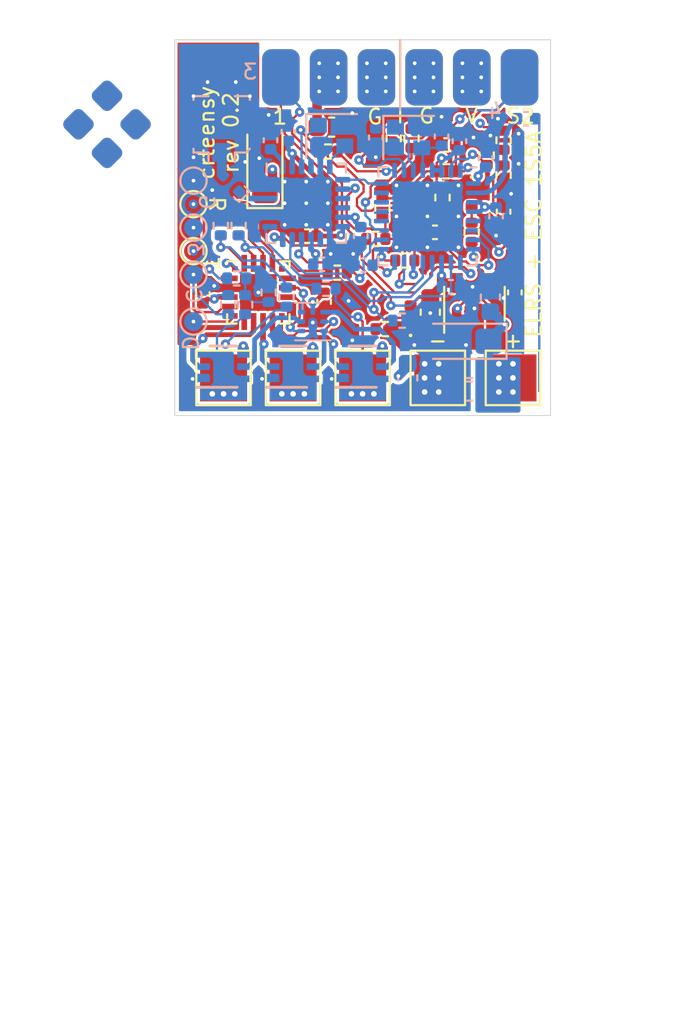
<source format=kicad_pcb>
(kicad_pcb (version 20171130) (host pcbnew 5.1.12-84ad8e8a86~92~ubuntu18.04.1)
  (layers (0 F.Cu_sig signal) (1 In1.Cu_3V3 signal) (2 In2.Cu_Gnd signal) (31 B.Cu_sig signal) (34 B.Paste user) (35 F.Paste user) (36 B.SilkS user) (37 F.SilkS user) (38 B.Mask user) (39 F.Mask user) (44 Edge.Cuts user))
  (net 0 "")
  (net 1 GND)
  (net 2 +3V3)
  (net 3 ESP_EN)
  (net 4 "Net-(C16-Pad1)")
  (net 5 "Net-(C17-Pad1)")
  (net 6 ESPX_OUT)
  (net 7 ESPX_IN)
  (net 8 "Net-(R2-Pad2)")
  (net 9 "Net-(U2-Pad23)")
  (net 10 "Net-(U2-Pad22)")
  (net 11 "Net-(U2-Pad21)")
  (net 12 "Net-(U2-Pad20)")
  (net 13 LED_A)
  (net 14 BUSY_A)
  (net 15 DIO1_A)
  (net 16 NRST_A)
  (net 17 NSS_A)
  (net 18 SCK)
  (net 19 MISO)
  (net 20 MOSI)
  (net 21 ANT)
  (net 22 "Net-(U6-Pad6)")
  (net 23 "Net-(U6-Pad4)")
  (net 24 "Net-(J1-Pad1)")
  (net 25 "Net-(U5-Pad1)")
  (net 26 "Net-(U6-Pad10)")
  (net 27 "Net-(U6-Pad9)")
  (net 28 "Net-(U6-Pad14)")
  (net 29 "Net-(C22-Pad1)")
  (net 30 PWM1)
  (net 31 PWM2)
  (net 32 PWM3)
  (net 33 PWM4)
  (net 34 "Net-(U2-Pad5)")
  (net 35 "Net-(C11-Pad1)")
  (net 36 "Net-(D1-Pad1)")
  (net 37 "Net-(J5-Pad2)")
  (net 38 ADC_sig)
  (net 39 "Net-(C13-Pad2)")
  (net 40 "Net-(D4-Pad2)")
  (net 41 +BATT)
  (net 42 "Net-(Q1-Pad5)")
  (net 43 "Net-(U4-Pad16)")
  (net 44 "Net-(U4-Pad15)")
  (net 45 "Net-(U4-Pad7)")
  (net 46 phase_C)
  (net 47 phase_B)
  (net 48 "Net-(Q2-Pad5)")
  (net 49 phase_A)
  (net 50 "Net-(Q3-Pad5)")
  (net 51 fb_B)
  (net 52 fb_C)
  (net 53 fb_Y)
  (net 54 fb_A)
  (net 55 Cc)
  (net 56 Bc)
  (net 57 Ac)
  (net 58 Ap)
  (net 59 Bp)
  (net 60 Cp)
  (net 61 C2D)
  (net 62 C2CK)
  (net 63 "Net-(R9-Pad2)")
  (net 64 EFM_RX)
  (net 65 EFM_TX)
  (net 66 "Net-(J2-Pad12)")
  (net 67 "Net-(J2-Pad7)")
  (net 68 "Net-(J2-Pad6)")
  (net 69 "Net-(J2-Pad1)")
  (module NC7NZ14:UQFN-8_1.6x1.6mm_P0.50mm (layer B.Cu_sig) (at 164.35 66 180)
    (fp_text reference U3 hide)
    (fp_text value NC7NZ14L8X)
    (pad 4 smd roundrect (at 0 -0.575 180) (size 0.25 0.45) (layers B.Cu_sig B.Paste B.Mask) (net 1 GND))
    (pad 8 smd roundrect (at 0 0.575) (size 0.25 0.45) (layers B.Cu_sig B.Paste B.Mask) (net 41 +BATT))
    (pad 7 smd roundrect (at 0.605 0.5) (size 0.4 0.25) (layers B.Cu_sig B.Paste B.Mask) (net 60 Cp))
    (pad 6 smd roundrect (at 0.605 0) (size 0.4 0.25) (layers B.Cu_sig B.Paste B.Mask) (net 42 "Net-(Q1-Pad5)"))
    (pad 5 smd roundrect (at 0.605 -0.5) (size 0.4 0.25) (layers B.Cu_sig B.Paste B.Mask) (net 59 Bp))
    (pad 3 smd roundrect (at -0.605 -0.5 180) (size 0.4 0.25) (layers B.Cu_sig B.Paste B.Mask) (net 48 "Net-(Q2-Pad5)"))
    (pad 2 smd roundrect (at -0.605 0 180) (size 0.4 0.25) (layers B.Cu_sig B.Paste B.Mask) (net 58 Ap))
    (pad 1 smd roundrect (at -0.605 0.5 180) (size 0.4 0.25) (layers B.Cu_sig B.Paste B.Mask) (net 50 "Net-(Q3-Pad5)"))
  )
  (module Capacitor_SMD:C_0603_1608Metric (layer F.Cu_sig) (at 165.35 55.65)
    (fp_text reference C27 hide)
    (fp_text value 10u)
    (pad 1 smd roundrect (at -0.775 0) (size 0.9 0.95) (layers F.Cu_sig F.Paste F.Mask) (net 41 +BATT))
    (pad 2 smd roundrect (at 0.775 0) (size 0.9 0.95) (layers F.Cu_sig F.Paste F.Mask) (net 1 GND))
  )
  (module Capacitor_SMD:C_0603_1608Metric (layer B.Cu_sig) (at 172.7 68.5 180)
    (fp_text reference C26 hide)
    (fp_text value 10u)
    (pad 2 smd roundrect (at 0.775 0 180) (size 0.9 0.95) (layers B.Cu_sig B.Paste B.Mask) (net 1 GND))
    (pad 1 smd roundrect (at -0.775 0 180) (size 0.9 0.95) (layers B.Cu_sig B.Paste B.Mask) (net 41 +BATT))
  )
  (module Capacitor_SMD:C_0603_1608Metric (layer B.Cu_sig) (at 172.7 69.7 180)
    (fp_text reference C25 hide)
    (fp_text value 10u)
    (pad 2 smd roundrect (at 0.775 0 180) (size 0.9 0.95) (layers B.Cu_sig B.Paste B.Mask) (net 1 GND))
    (pad 1 smd roundrect (at -0.775 0 180) (size 0.9 0.95) (layers B.Cu_sig B.Paste B.Mask) (net 41 +BATT))
  )
  (module Capacitor_SMD:C_0603_1608Metric (layer B.Cu_sig) (at 169.4 69 270)
    (fp_text reference C24 hide)
    (fp_text value 10u)
    (pad 2 smd roundrect (at 0.775 0 270) (size 0.9 0.95) (layers B.Cu_sig B.Paste B.Mask) (net 1 GND))
    (pad 1 smd roundrect (at -0.775 0 270) (size 0.9 0.95) (layers B.Cu_sig B.Paste B.Mask) (net 41 +BATT))
  )
  (module TestPoint:TestPoint_Pad_D1.0mm (layer F.Cu_sig) (at 158 59.75)
    (fp_text reference TP11 hide)
    (fp_text value TestPoint hide)
    (pad 1 smd circle (at 0 0) (size 1 1) (layers F.Cu_sig F.Mask) (net 64 EFM_RX))
  )
  (module TestPoint:TestPoint_Pad_D1.0mm (layer F.Cu_sig) (at 158 62.25)
    (fp_text reference TP10 hide)
    (fp_text value TestPoint hide)
    (pad 1 smd circle (at 0 0) (size 1 1) (layers F.Cu_sig F.Mask) (net 65 EFM_TX))
  )
  (module ELRS_ESP8285_PWM5:molex_479480001_2g4-turret (layer B.Cu_sig) (at 153.4 55.5 315)
    (fp_text reference J5 hide)
    (fp_text value Conn_Coaxial)
    (pad 2 smd roundrect (at -1.075 1.075 315) (size 1.35 1.35) (layers B.Cu_sig B.Paste B.Mask) (net 37 "Net-(J5-Pad2)"))
    (pad 2 smd roundrect (at 1.075 1.075 315) (size 1.35 1.35) (layers B.Cu_sig B.Paste B.Mask) (net 37 "Net-(J5-Pad2)"))
    (pad 2 smd roundrect (at 1.075 -1.075 315) (size 1.35 1.35) (layers B.Cu_sig B.Paste B.Mask) (net 37 "Net-(J5-Pad2)"))
    (pad 1 smd roundrect (at -1.075 -1.075 315) (size 1.35 1.35) (layers B.Cu_sig B.Paste B.Mask) (net 24 "Net-(J1-Pad1)"))
  )
  (module Resistor_SMD:R_0402_1005Metric (layer B.Cu_sig) (at 159.85 65.1 90)
    (fp_text reference R12 hide)
    (fp_text value 1k)
    (pad 2 smd roundrect (at 0.51 0 90) (size 0.54 0.64) (layers B.Cu_sig B.Paste B.Mask) (net 2 +3V3))
    (pad 1 smd roundrect (at -0.51 0 90) (size 0.54 0.64) (layers B.Cu_sig B.Paste B.Mask) (net 62 C2CK))
  )
  (module Resistor_SMD:R_0402_1005Metric (layer F.Cu_sig) (at 165.65 63.4)
    (fp_text reference R9 hide)
    (fp_text value 1k)
    (pad 2 smd roundrect (at 0.51 0) (size 0.54 0.64) (layers F.Cu_sig F.Paste F.Mask) (net 63 "Net-(R9-Pad2)"))
    (pad 1 smd roundrect (at -0.51 0) (size 0.54 0.64) (layers F.Cu_sig F.Paste F.Mask) (net 64 EFM_RX))
  )
  (module TestPoint:TestPoint_Pad_D1.0mm (layer B.Cu_sig) (at 158 66)
    (fp_text reference TP9 hide)
    (fp_text value TestPoint hide)
    (pad 1 smd circle (at 0 0) (size 1 1) (layers B.Cu_sig B.Mask) (net 61 C2D))
  )
  (module TestPoint:TestPoint_Pad_D1.0mm (layer B.Cu_sig) (at 158 63.5)
    (fp_text reference TP8 hide)
    (fp_text value TestPoint hide)
    (pad 1 smd circle (at 0 0) (size 1 1) (layers B.Cu_sig B.Mask) (net 62 C2CK))
  )
  (module TestPoint:TestPoint_Pad_2.5x2.5mm (layer F.Cu_sig) (at 175 69)
    (fp_text reference TP6 hide)
    (fp_text value TestPoint hide)
    (pad 1 smd rect (at 0 0) (size 2.5 2.5) (layers F.Cu_sig F.Mask) (net 41 +BATT))
  )
  (module TestPoint:TestPoint_Pad_2.5x2.5mm (layer F.Cu_sig) (at 171 69)
    (fp_text reference TP7 hide)
    (fp_text value TestPoint hide)
    (pad 1 smd rect (at 0 0) (size 2.5 2.5) (layers F.Cu_sig F.Mask) (net 1 GND))
  )
  (module TestPoint:TestPoint_Pad_2.5x2.5mm (layer F.Cu_sig) (at 167 69 270)
    (fp_text reference TP3 hide)
    (fp_text value TestPoint hide)
    (pad 1 smd rect (at 0 0 270) (size 2.5 2.5) (layers F.Cu_sig F.Mask) (net 46 phase_C))
  )
  (module servo_edge:BoardEdge_Servo_4 (layer F.Cu_sig) (at 169 51 90)
    (fp_text reference J2 hide)
    (fp_text value Conn_02x06_Counter_Clockwise hide)
    (pad 12 smd roundrect (at -2 -6.35 90) (size 3 2) (layers B.Cu_sig B.Mask) (net 66 "Net-(J2-Pad12)"))
    (pad 11 smd roundrect (at -2 -3.81 90) (size 3 2) (layers B.Cu_sig B.Mask) (net 41 +BATT))
    (pad 10 smd roundrect (at -2 -1.27 90) (size 3 2) (layers B.Cu_sig B.Mask) (net 1 GND))
    (pad 9 smd roundrect (at -2 1.27 90) (size 3 2) (layers B.Cu_sig B.Mask) (net 1 GND))
    (pad 8 smd roundrect (at -2 3.81 90) (size 3 2) (layers B.Cu_sig B.Mask) (net 41 +BATT))
    (pad 7 smd roundrect (at -2 6.35 90) (size 3 2) (layers B.Cu_sig B.Mask) (net 67 "Net-(J2-Pad7)"))
    (pad 6 smd roundrect (at -2 6.35 90) (size 3 2) (layers F.Cu_sig F.Mask) (net 68 "Net-(J2-Pad6)"))
    (pad 5 smd roundrect (at -2 3.81 90) (size 3 2) (layers F.Cu_sig F.Mask) (net 41 +BATT))
    (pad 4 smd roundrect (at -2 1.27 90) (size 3 2) (layers F.Cu_sig F.Mask) (net 1 GND))
    (pad 3 smd roundrect (at -2 -1.27 90) (size 3 2) (layers F.Cu_sig F.Mask) (net 1 GND))
    (pad 2 smd roundrect (at -2 -3.81 90) (size 3 2) (layers F.Cu_sig F.Mask) (net 41 +BATT))
    (pad 1 smd roundrect (at -2 -6.35 90) (size 3 2) (layers F.Cu_sig F.Mask) (net 69 "Net-(J2-Pad1)"))
  )
  (module Capacitor_SMD:C_0402_1005Metric (layer F.Cu_sig) (at 158.5 64.55 90)
    (fp_text reference C23 hide)
    (fp_text value 100n)
    (pad 2 smd roundrect (at 0.48 0 90) (size 0.56 0.62) (layers F.Cu_sig F.Paste F.Mask) (net 1 GND))
    (pad 1 smd roundrect (at -0.48 0 90) (size 0.56 0.62) (layers F.Cu_sig F.Paste F.Mask) (net 2 +3V3))
  )
  (module Capacitor_SMD:C_0402_1005Metric (layer F.Cu_sig) (at 164.95 64.95 270)
    (fp_text reference C14 hide)
    (fp_text value 100n)
    (pad 2 smd roundrect (at 0.48 0 270) (size 0.56 0.62) (layers F.Cu_sig F.Paste F.Mask) (net 1 GND))
    (pad 1 smd roundrect (at -0.48 0 270) (size 0.56 0.62) (layers F.Cu_sig F.Paste F.Mask) (net 41 +BATT))
  )
  (module TestPoint:TestPoint_Pad_2.5x2.5mm (layer F.Cu_sig) (at 163.3 69 270)
    (fp_text reference TP4 hide)
    (fp_text value TestPoint hide)
    (pad 1 smd rect (at 0 0 270) (size 2.5 2.5) (layers F.Cu_sig F.Mask) (net 47 phase_B))
  )
  (module TestPoint:TestPoint_Pad_2.5x2.5mm (layer F.Cu_sig) (at 159.6 69 270)
    (fp_text reference TP5 hide)
    (fp_text value TestPoint hide)
    (pad 1 smd rect (at 0 0 270) (size 2.5 2.5) (layers F.Cu_sig F.Mask) (net 49 phase_A))
  )
  (module Resistor_SMD:R_0402_1005Metric (layer B.Cu_sig) (at 162 64.45 90)
    (fp_text reference R26 hide)
    (fp_text value 1k)
    (pad 2 smd roundrect (at 0.51 0 90) (size 0.54 0.64) (layers B.Cu_sig B.Paste B.Mask) (net 1 GND))
    (pad 1 smd roundrect (at -0.51 0 90) (size 0.54 0.64) (layers B.Cu_sig B.Paste B.Mask) (net 54 fb_A))
  )
  (module Resistor_SMD:R_0402_1005Metric (layer B.Cu_sig) (at 159.45 60.9 90)
    (fp_text reference R25 hide)
    (fp_text value 1k)
    (pad 2 smd roundrect (at 0.51 0 90) (size 0.54 0.64) (layers B.Cu_sig B.Paste B.Mask) (net 1 GND))
    (pad 1 smd roundrect (at -0.51 0 90) (size 0.54 0.64) (layers B.Cu_sig B.Paste B.Mask) (net 51 fb_B))
  )
  (module Resistor_SMD:R_0402_1005Metric (layer B.Cu_sig) (at 160.4 60.9 90)
    (fp_text reference R24 hide)
    (fp_text value 1k)
    (pad 2 smd roundrect (at 0.51 0 90) (size 0.54 0.64) (layers B.Cu_sig B.Paste B.Mask) (net 1 GND))
    (pad 1 smd roundrect (at -0.51 0 90) (size 0.54 0.64) (layers B.Cu_sig B.Paste B.Mask) (net 52 fb_C))
  )
  (module Resistor_SMD:R_0402_1005Metric (layer F.Cu_sig) (at 160.4 60.9 270)
    (fp_text reference R23 hide)
    (fp_text value 1k)
    (pad 2 smd roundrect (at 0.51 0 270) (size 0.54 0.64) (layers F.Cu_sig F.Paste F.Mask) (net 52 fb_C))
    (pad 1 smd roundrect (at -0.51 0 270) (size 0.54 0.64) (layers F.Cu_sig F.Paste F.Mask) (net 53 fb_Y))
  )
  (module Resistor_SMD:R_0402_1005Metric (layer B.Cu_sig) (at 165.05 64.25)
    (fp_text reference R22 hide)
    (fp_text value 1k)
    (pad 2 smd roundrect (at 0.51 0) (size 0.54 0.64) (layers B.Cu_sig B.Paste B.Mask) (net 46 phase_C))
    (pad 1 smd roundrect (at -0.51 0) (size 0.54 0.64) (layers B.Cu_sig B.Paste B.Mask) (net 52 fb_C))
  )
  (module Resistor_SMD:R_0402_1005Metric (layer F.Cu_sig) (at 159.45 60.9 270)
    (fp_text reference R21 hide)
    (fp_text value 1k)
    (pad 2 smd roundrect (at 0.51 0 270) (size 0.54 0.64) (layers F.Cu_sig F.Paste F.Mask) (net 51 fb_B))
    (pad 1 smd roundrect (at -0.51 0 270) (size 0.54 0.64) (layers F.Cu_sig F.Paste F.Mask) (net 53 fb_Y))
  )
  (module Resistor_SMD:R_0402_1005Metric (layer B.Cu_sig) (at 162.95 64.7 270)
    (fp_text reference R20 hide)
    (fp_text value 1k)
    (pad 2 smd roundrect (at 0.51 0 270) (size 0.54 0.64) (layers B.Cu_sig B.Paste B.Mask) (net 47 phase_B))
    (pad 1 smd roundrect (at -0.51 0 270) (size 0.54 0.64) (layers B.Cu_sig B.Paste B.Mask) (net 51 fb_B))
  )
  (module Resistor_SMD:R_0402_1005Metric (layer B.Cu_sig) (at 160.3 63.7)
    (fp_text reference R19 hide)
    (fp_text value 1k)
    (pad 2 smd roundrect (at 0.51 0) (size 0.54 0.64) (layers B.Cu_sig B.Paste B.Mask) (net 54 fb_A))
    (pad 1 smd roundrect (at -0.51 0) (size 0.54 0.64) (layers B.Cu_sig B.Paste B.Mask) (net 53 fb_Y))
  )
  (module Resistor_SMD:R_0402_1005Metric (layer B.Cu_sig) (at 160.75 65.1 270)
    (fp_text reference R18 hide)
    (fp_text value 1k)
    (pad 2 smd roundrect (at 0.51 0 270) (size 0.54 0.64) (layers B.Cu_sig B.Paste B.Mask) (net 49 phase_A))
    (pad 1 smd roundrect (at -0.51 0 270) (size 0.54 0.64) (layers B.Cu_sig B.Paste B.Mask) (net 54 fb_A))
  )
  (module UT6MA3:DFN-6-2EP_2x2mm_P0.65mm_EP2x0.9x0.7 (layer B.Cu_sig) (at 167 68.4)
    (fp_text reference Q3 hide)
    (fp_text value UT6MA3)
    (pad 7 smd rect (at 0 0.45) (size 0.9 0.7) (layers B.Cu_sig B.Mask) (net 46 phase_C))
    (pad 1 smd rect (at -1.05 0.65) (size 0.65 0.35) (layers B.Cu_sig B.Paste B.Mask) (net 1 GND))
    (pad 2 smd rect (at -1.05 0) (size 0.65 0.35) (layers B.Cu_sig B.Paste B.Mask) (net 55 Cc))
    (pad 3 smd rect (at -1.05 -0.65) (size 0.65 0.35) (layers B.Cu_sig B.Paste B.Mask) (net 46 phase_C))
    (pad 4 smd rect (at 1.05 -0.65) (size 0.65 0.35) (layers B.Cu_sig B.Paste B.Mask) (net 41 +BATT))
    (pad 5 smd rect (at 1.05 0) (size 0.65 0.35) (layers B.Cu_sig B.Paste B.Mask) (net 50 "Net-(Q3-Pad5)"))
    (pad 6 smd rect (at 1.05 0.65) (size 0.65 0.35) (layers B.Cu_sig B.Paste B.Mask) (net 46 phase_C))
    (pad 8 smd rect (at 0 -0.45) (size 0.9 0.7) (layers B.Cu_sig B.Mask) (net 46 phase_C))
  )
  (module UT6MA3:DFN-6-2EP_2x2mm_P0.65mm_EP2x0.9x0.7 (layer B.Cu_sig) (at 163.3 68.4)
    (fp_text reference Q2 hide)
    (fp_text value UT6MA3)
    (pad 7 smd rect (at 0 0.45) (size 0.9 0.7) (layers B.Cu_sig B.Mask) (net 47 phase_B))
    (pad 1 smd rect (at -1.05 0.65) (size 0.65 0.35) (layers B.Cu_sig B.Paste B.Mask) (net 1 GND))
    (pad 2 smd rect (at -1.05 0) (size 0.65 0.35) (layers B.Cu_sig B.Paste B.Mask) (net 56 Bc))
    (pad 3 smd rect (at -1.05 -0.65) (size 0.65 0.35) (layers B.Cu_sig B.Paste B.Mask) (net 47 phase_B))
    (pad 4 smd rect (at 1.05 -0.65) (size 0.65 0.35) (layers B.Cu_sig B.Paste B.Mask) (net 41 +BATT))
    (pad 5 smd rect (at 1.05 0) (size 0.65 0.35) (layers B.Cu_sig B.Paste B.Mask) (net 48 "Net-(Q2-Pad5)"))
    (pad 6 smd rect (at 1.05 0.65) (size 0.65 0.35) (layers B.Cu_sig B.Paste B.Mask) (net 47 phase_B))
    (pad 8 smd rect (at 0 -0.45) (size 0.9 0.7) (layers B.Cu_sig B.Mask) (net 47 phase_B))
  )
  (module Package_DFN_QFN:SiliconLabs_QFN-20-1EP_3x3mm_P0.5mm_EP1.8x1.8mm (layer F.Cu_sig) (at 161.45 64.45)
    (fp_text reference U4 hide)
    (fp_text value EFM8BB21F16G-QFN20)
    (pad 21 smd rect (at 0 0) (size 1.8 1.8) (layers F.Cu_sig F.Mask) (net 1 GND))
    (pad 20 smd rect (at -0.75 -1.55 90) (size 0.9 0.3) (layers F.Cu_sig F.Paste F.Mask) (net 51 fb_B))
    (pad 19 smd rect (at -0.25 -1.55 90) (size 0.9 0.3) (layers F.Cu_sig F.Paste F.Mask) (net 52 fb_C))
    (pad 18 smd rect (at 0.25 -1.55 90) (size 0.9 0.3) (layers F.Cu_sig F.Paste F.Mask) (net 65 EFM_TX))
    (pad 17 smd rect (at 0.75 -1.55 90) (size 0.9 0.3) (layers F.Cu_sig F.Paste F.Mask) (net 64 EFM_RX))
    (pad 16 smd rect (at 1.25 -1.25) (size 0.3 0.3) (layers F.Cu_sig F.Paste F.Mask) (net 43 "Net-(U4-Pad16)"))
    (pad 15 smd rect (at 1.55 -0.75) (size 0.9 0.3) (layers F.Cu_sig F.Paste F.Mask) (net 44 "Net-(U4-Pad15)"))
    (pad 14 smd rect (at 1.55 -0.25) (size 0.9 0.3) (layers F.Cu_sig F.Paste F.Mask) (net 60 Cp))
    (pad 13 smd rect (at 1.55 0.25) (size 0.9 0.3) (layers F.Cu_sig F.Paste F.Mask) (net 59 Bp))
    (pad 12 smd rect (at 1.55 0.75) (size 0.9 0.3) (layers F.Cu_sig F.Paste F.Mask) (net 1 GND))
    (pad 11 smd rect (at 1.25 1.25) (size 0.3 0.3) (layers F.Cu_sig F.Paste F.Mask) (net 58 Ap))
    (pad 10 smd rect (at 0.75 1.55 90) (size 0.9 0.3) (layers F.Cu_sig F.Paste F.Mask) (net 55 Cc))
    (pad 9 smd rect (at 0.25 1.55 90) (size 0.9 0.3) (layers F.Cu_sig F.Paste F.Mask) (net 56 Bc))
    (pad 8 smd rect (at -0.25 1.55 90) (size 0.9 0.3) (layers F.Cu_sig F.Paste F.Mask) (net 57 Ac))
    (pad 7 smd rect (at -0.75 1.55 90) (size 0.9 0.3) (layers F.Cu_sig F.Paste F.Mask) (net 45 "Net-(U4-Pad7)"))
    (pad 6 smd rect (at -1.25 1.25) (size 0.3 0.3) (layers F.Cu_sig F.Paste F.Mask) (net 61 C2D))
    (pad 5 smd rect (at -1.55 0.75) (size 0.9 0.3) (layers F.Cu_sig F.Paste F.Mask) (net 62 C2CK))
    (pad 4 smd rect (at -1.55 0.25) (size 0.9 0.3) (layers F.Cu_sig F.Paste F.Mask) (net 2 +3V3))
    (pad 3 smd rect (at -1.55 -0.25) (size 0.9 0.3) (layers F.Cu_sig F.Paste F.Mask) (net 1 GND))
    (pad 2 smd rect (at -1.55 -0.75) (size 0.9 0.3) (layers F.Cu_sig F.Paste F.Mask) (net 53 fb_Y))
    (pad 1 smd rect (at -1.25 -1.25) (size 0.3 0.3) (layers F.Cu_sig F.Paste F.Mask) (net 54 fb_A))
  )
  (module UT6MA3:DFN-6-2EP_2x2mm_P0.65mm_EP2x0.9x0.7 (layer B.Cu_sig) (at 159.6 68.4)
    (fp_text reference Q1 hide)
    (fp_text value UT6MA3)
    (pad 7 smd rect (at 0 0.45) (size 0.9 0.7) (layers B.Cu_sig B.Mask) (net 49 phase_A))
    (pad 1 smd rect (at -1.05 0.65) (size 0.65 0.35) (layers B.Cu_sig B.Paste B.Mask) (net 1 GND))
    (pad 2 smd rect (at -1.05 0) (size 0.65 0.35) (layers B.Cu_sig B.Paste B.Mask) (net 57 Ac))
    (pad 3 smd rect (at -1.05 -0.65) (size 0.65 0.35) (layers B.Cu_sig B.Paste B.Mask) (net 49 phase_A))
    (pad 4 smd rect (at 1.05 -0.65) (size 0.65 0.35) (layers B.Cu_sig B.Paste B.Mask) (net 41 +BATT))
    (pad 5 smd rect (at 1.05 0) (size 0.65 0.35) (layers B.Cu_sig B.Paste B.Mask) (net 42 "Net-(Q1-Pad5)"))
    (pad 6 smd rect (at 1.05 0.65) (size 0.65 0.35) (layers B.Cu_sig B.Paste B.Mask) (net 49 phase_A))
    (pad 8 smd rect (at 0 -0.45) (size 0.9 0.7) (layers B.Cu_sig B.Mask) (net 49 phase_A))
  )
  (module TestPoint:TestPoint_Pad_D1.0mm (layer B.Cu_sig) (at 158 58.5)
    (fp_text reference TP2 hide)
    (fp_text value TestPoint hide)
    (pad 1 smd circle (at 0 0) (size 1 1) (layers B.Cu_sig B.Mask) (net 1 GND))
  )
  (module TestPoint:TestPoint_Pad_D1.0mm (layer B.Cu_sig) (at 158 61)
    (fp_text reference TP1 hide)
    (fp_text value TestPoint hide)
    (pad 1 smd circle (at 0 0) (size 1 1) (layers B.Cu_sig B.Mask) (net 2 +3V3))
  )
  (module Capacitor_SMD:C_0402_1005Metric (layer B.Cu_sig) (at 175.7 55.2 180)
    (fp_text reference C13 hide)
    (fp_text value 10p)
    (pad 2 smd roundrect (at 0.48 0 180) (size 0.56 0.62) (layers B.Cu_sig B.Paste B.Mask) (net 39 "Net-(C13-Pad2)"))
    (pad 1 smd roundrect (at -0.48 0 180) (size 0.56 0.62) (layers B.Cu_sig B.Paste B.Mask) (net 21 ANT))
  )
  (module Resistor_SMD:R_0402_1005Metric (layer F.Cu_sig) (at 174.5 58.2 90)
    (fp_text reference R16 hide)
    (fp_text value 1k)
    (pad 2 smd roundrect (at 0.51 0 90) (size 0.54 0.64) (layers F.Cu_sig F.Paste F.Mask) (net 38 ADC_sig))
    (pad 1 smd roundrect (at -0.51 0 90) (size 0.54 0.64) (layers F.Cu_sig F.Paste F.Mask) (net 1 GND))
  )
  (module Resistor_SMD:R_0402_1005Metric (layer F.Cu_sig) (at 174.5 56.35 90)
    (fp_text reference R15 hide)
    (fp_text value 3k3)
    (pad 2 smd roundrect (at 0.51 0 90) (size 0.54 0.64) (layers F.Cu_sig F.Paste F.Mask) (net 41 +BATT))
    (pad 1 smd roundrect (at -0.51 0 90) (size 0.54 0.64) (layers F.Cu_sig F.Paste F.Mask) (net 38 ADC_sig))
  )
  (module Capacitor_SMD:C_0402_1005Metric (layer F.Cu_sig) (at 174.5 60.15 90)
    (fp_text reference C12 hide)
    (fp_text value 100n)
    (pad 2 smd roundrect (at 0.48 0 90) (size 0.56 0.62) (layers F.Cu_sig F.Paste F.Mask) (net 1 GND))
    (pad 1 smd roundrect (at -0.48 0 90) (size 0.56 0.62) (layers F.Cu_sig F.Paste F.Mask) (net 38 ADC_sig))
  )
  (module ELRS_ESP8285_PWM5:QFN-32-1EP_5x5mm_P0.5mm_EP3.7x3.7mm_dense (layer B.Cu_sig) (at 170.45 60.4 180)
    (fp_text reference U2 hide)
    (fp_text value ESP8285)
    (pad 33 smd rect (at 0 0 180) (size 3.7 3.7) (layers B.Cu_sig B.Mask) (net 1 GND))
    (pad 32 smd roundrect (at -1.75 2.45 180) (size 0.25 0.8) (layers B.Cu_sig B.Paste B.Mask) (net 35 "Net-(C11-Pad1)"))
    (pad 31 smd roundrect (at -1.25 2.45 180) (size 0.25 0.8) (layers B.Cu_sig B.Paste B.Mask) (net 8 "Net-(R2-Pad2)"))
    (pad 30 smd roundrect (at -0.75 2.45 180) (size 0.25 0.8) (layers B.Cu_sig B.Paste B.Mask) (net 2 +3V3))
    (pad 29 smd roundrect (at -0.25 2.45 180) (size 0.25 0.8) (layers B.Cu_sig B.Paste B.Mask) (net 2 +3V3))
    (pad 28 smd roundrect (at 0.25 2.45 180) (size 0.25 0.8) (layers B.Cu_sig B.Paste B.Mask) (net 7 ESPX_IN))
    (pad 27 smd roundrect (at 0.75 2.45 180) (size 0.25 0.8) (layers B.Cu_sig B.Paste B.Mask) (net 6 ESPX_OUT))
    (pad 26 smd roundrect (at 1.25 2.45 180) (size 0.25 0.8) (layers B.Cu_sig B.Paste B.Mask) (net 31 PWM2))
    (pad 25 smd roundrect (at 1.75 2.45 180) (size 0.25 0.8) (layers B.Cu_sig B.Paste B.Mask) (net 32 PWM3))
    (pad 24 smd roundrect (at 2.45 1.75 180) (size 0.8 0.25) (layers B.Cu_sig B.Paste B.Mask) (net 14 BUSY_A))
    (pad 23 smd roundrect (at 2.45 1.25 180) (size 0.8 0.25) (layers B.Cu_sig B.Paste B.Mask) (net 9 "Net-(U2-Pad23)"))
    (pad 22 smd roundrect (at 2.45 0.75 180) (size 0.8 0.25) (layers B.Cu_sig B.Paste B.Mask) (net 10 "Net-(U2-Pad22)"))
    (pad 21 smd roundrect (at 2.45 0.25 180) (size 0.8 0.25) (layers B.Cu_sig B.Paste B.Mask) (net 11 "Net-(U2-Pad21)"))
    (pad 20 smd roundrect (at 2.45 -0.25 180) (size 0.8 0.25) (layers B.Cu_sig B.Paste B.Mask) (net 12 "Net-(U2-Pad20)"))
    (pad 19 smd roundrect (at 2.45 -0.75 180) (size 0.8 0.25) (layers B.Cu_sig B.Paste B.Mask) (net 33 PWM4))
    (pad 18 smd roundrect (at 2.45 -1.25 180) (size 0.8 0.25) (layers B.Cu_sig B.Paste B.Mask) (net 63 "Net-(R9-Pad2)"))
    (pad 17 smd roundrect (at 2.45 -1.75 180) (size 0.8 0.25) (layers B.Cu_sig B.Paste B.Mask) (net 2 +3V3))
    (pad 16 smd roundrect (at 1.75 -2.45 180) (size 0.25 0.8) (layers B.Cu_sig B.Paste B.Mask) (net 15 DIO1_A))
    (pad 15 smd roundrect (at 1.25 -2.45 180) (size 0.25 0.8) (layers B.Cu_sig B.Paste B.Mask) (net 30 PWM1))
    (pad 14 smd roundrect (at 0.75 -2.45 180) (size 0.25 0.8) (layers B.Cu_sig B.Paste B.Mask) (net 16 NRST_A))
    (pad 13 smd roundrect (at 0.25 -2.45 180) (size 0.25 0.8) (layers B.Cu_sig B.Paste B.Mask) (net 17 NSS_A))
    (pad 12 smd roundrect (at -0.25 -2.45 180) (size 0.25 0.8) (layers B.Cu_sig B.Paste B.Mask) (net 20 MOSI))
    (pad 11 smd roundrect (at -0.75 -2.45 180) (size 0.25 0.8) (layers B.Cu_sig B.Paste B.Mask) (net 2 +3V3))
    (pad 10 smd roundrect (at -1.25 -2.45 180) (size 0.25 0.8) (layers B.Cu_sig B.Paste B.Mask) (net 19 MISO))
    (pad 9 smd roundrect (at -1.75 -2.45 180) (size 0.25 0.8) (layers B.Cu_sig B.Paste B.Mask) (net 18 SCK))
    (pad 8 smd roundrect (at -2.45 -1.75 180) (size 0.8 0.25) (layers B.Cu_sig B.Paste B.Mask) (net 13 LED_A))
    (pad 7 smd roundrect (at -2.45 -1.25 180) (size 0.8 0.25) (layers B.Cu_sig B.Paste B.Mask) (net 3 ESP_EN))
    (pad 6 smd roundrect (at -2.45 -0.75 180) (size 0.8 0.25) (layers B.Cu_sig B.Paste B.Mask) (net 38 ADC_sig))
    (pad 5 smd roundrect (at -2.45 -0.25 180) (size 0.8 0.25) (layers B.Cu_sig B.Paste B.Mask) (net 34 "Net-(U2-Pad5)"))
    (pad 4 smd roundrect (at -2.45 0.25 180) (size 0.8 0.25) (layers B.Cu_sig B.Paste B.Mask) (net 2 +3V3))
    (pad 3 smd roundrect (at -2.45 0.75 180) (size 0.8 0.25) (layers B.Cu_sig B.Paste B.Mask) (net 2 +3V3))
    (pad 2 smd roundrect (at -2.45 1.25 180) (size 0.8 0.25) (layers B.Cu_sig B.Paste B.Mask) (net 39 "Net-(C13-Pad2)"))
    (pad 1 smd roundrect (at -2.45 1.75 180) (size 0.8 0.25) (layers B.Cu_sig B.Paste B.Mask) (net 2 +3V3))
  )
  (module Resistor_SMD:R_0402_1005Metric (layer B.Cu_sig) (at 169.1 65.95 180)
    (fp_text reference R14 hide)
    (fp_text value 12k)
    (pad 2 smd roundrect (at 0.51 0 180) (size 0.54 0.64) (layers B.Cu_sig B.Paste B.Mask) (net 17 NSS_A))
    (pad 1 smd roundrect (at -0.51 0 180) (size 0.54 0.64) (layers B.Cu_sig B.Paste B.Mask) (net 1 GND))
  )
  (module Resistor_SMD:R_0402_1005Metric (layer F.Cu_sig) (at 168.05 59.95 90)
    (fp_text reference R13 hide)
    (fp_text value 12k)
    (pad 2 smd roundrect (at 0.51 0 90) (size 0.54 0.64) (layers F.Cu_sig F.Paste F.Mask) (net 2 +3V3))
    (pad 1 smd roundrect (at -0.51 0 90) (size 0.54 0.64) (layers F.Cu_sig F.Paste F.Mask) (net 30 PWM1))
  )
  (module Resistor_SMD:R_0402_1005Metric (layer F.Cu_sig) (at 169.25 62.75 180)
    (fp_text reference R10 hide)
    (fp_text value 12k)
    (pad 2 smd roundrect (at 0.51 0 180) (size 0.54 0.64) (layers F.Cu_sig F.Paste F.Mask) (net 2 +3V3))
    (pad 1 smd roundrect (at -0.51 0 180) (size 0.54 0.64) (layers F.Cu_sig F.Paste F.Mask) (net 16 NRST_A))
  )
  (module Capacitor_SMD:C_0402_1005Metric (layer F.Cu_sig) (at 171.45 56.6 180)
    (fp_text reference C11 hide)
    (fp_text value 1u)
    (pad 2 smd roundrect (at 0.48 0 180) (size 0.56 0.62) (layers F.Cu_sig F.Paste F.Mask) (net 1 GND))
    (pad 1 smd roundrect (at -0.48 0 180) (size 0.56 0.62) (layers F.Cu_sig F.Paste F.Mask) (net 35 "Net-(C11-Pad1)"))
  )
  (module Capacitor_SMD:C_0402_1005Metric (layer B.Cu_sig) (at 171.7 64.15)
    (fp_text reference C10 hide)
    (fp_text value 100n)
    (pad 2 smd roundrect (at 0.48 0) (size 0.56 0.62) (layers B.Cu_sig B.Paste B.Mask) (net 1 GND))
    (pad 1 smd roundrect (at -0.48 0) (size 0.56 0.62) (layers B.Cu_sig B.Paste B.Mask) (net 2 +3V3))
  )
  (module Resistor_SMD:R_0402_1005Metric (layer F.Cu_sig) (at 169.6 56.25 270)
    (fp_text reference R8 hide)
    (fp_text value 1k)
    (pad 2 smd roundrect (at 0.51 0 270) (size 0.54 0.64) (layers F.Cu_sig F.Paste F.Mask) (net 33 PWM4))
    (pad 1 smd roundrect (at -0.51 0 270) (size 0.54 0.64) (layers F.Cu_sig F.Paste F.Mask) (net 67 "Net-(J2-Pad7)"))
  )
  (module Resistor_SMD:R_0402_1005Metric (layer F.Cu_sig) (at 165.15 56.95)
    (fp_text reference R7 hide)
    (fp_text value 1k)
    (pad 2 smd roundrect (at 0.51 0) (size 0.54 0.64) (layers F.Cu_sig F.Paste F.Mask) (net 32 PWM3))
    (pad 1 smd roundrect (at -0.51 0) (size 0.54 0.64) (layers F.Cu_sig F.Paste F.Mask) (net 66 "Net-(J2-Pad12)"))
  )
  (module Resistor_SMD:R_0402_1005Metric (layer F.Cu_sig) (at 168.65 56.25 270)
    (fp_text reference R6 hide)
    (fp_text value 1k)
    (pad 2 smd roundrect (at 0.51 0 270) (size 0.54 0.64) (layers F.Cu_sig F.Paste F.Mask) (net 31 PWM2))
    (pad 1 smd roundrect (at -0.51 0 270) (size 0.54 0.64) (layers F.Cu_sig F.Paste F.Mask) (net 68 "Net-(J2-Pad6)"))
  )
  (module Resistor_SMD:R_0402_1005Metric (layer F.Cu_sig) (at 167.7 61.6)
    (fp_text reference R5 hide)
    (fp_text value 1k)
    (pad 2 smd roundrect (at 0.51 0) (size 0.54 0.64) (layers F.Cu_sig F.Paste F.Mask) (net 30 PWM1))
    (pad 1 smd roundrect (at -0.51 0) (size 0.54 0.64) (layers F.Cu_sig F.Paste F.Mask) (net 69 "Net-(J2-Pad1)"))
  )
  (module Resistor_SMD:R_0402_1005Metric (layer F.Cu_sig) (at 171.45 58 180)
    (fp_text reference R3 hide)
    (fp_text value 12k)
    (pad 2 smd roundrect (at 0.51 0 180) (size 0.54 0.64) (layers F.Cu_sig F.Paste F.Mask) (net 2 +3V3))
    (pad 1 smd roundrect (at -0.51 0 180) (size 0.54 0.64) (layers F.Cu_sig F.Paste F.Mask) (net 35 "Net-(C11-Pad1)"))
  )
  (module Resistor_SMD:R_0402_1005Metric (layer F.Cu_sig) (at 173.6 57.15 270)
    (fp_text reference R2 hide)
    (fp_text value 12k)
    (pad 2 smd roundrect (at 0.51 0 270) (size 0.54 0.64) (layers F.Cu_sig F.Paste F.Mask) (net 8 "Net-(R2-Pad2)"))
    (pad 1 smd roundrect (at -0.51 0 270) (size 0.54 0.64) (layers F.Cu_sig F.Paste F.Mask) (net 1 GND))
  )
  (module Package_TO_SOT_SMD:SOT-23-5 (layer F.Cu_sig) (at 172.95 65.05 90)
    (fp_text reference U1 hide)
    (fp_text value SPX3819M5-L-3-3)
    (pad 5 smd rect (at 1.1 -0.95 90) (size 1.06 0.65) (layers F.Cu_sig F.Paste F.Mask) (net 2 +3V3))
    (pad 4 smd rect (at 1.1 0.95 90) (size 1.06 0.65) (layers F.Cu_sig F.Paste F.Mask) (net 29 "Net-(C22-Pad1)"))
    (pad 3 smd rect (at -1.1 0.95 90) (size 1.06 0.65) (layers F.Cu_sig F.Paste F.Mask) (net 41 +BATT))
    (pad 2 smd rect (at -1.1 0 90) (size 1.06 0.65) (layers F.Cu_sig F.Paste F.Mask) (net 1 GND))
    (pad 1 smd rect (at -1.1 -0.95 90) (size 1.06 0.65) (layers F.Cu_sig F.Paste F.Mask) (net 41 +BATT))
  )
  (module Capacitor_SMD:C_0402_1005Metric (layer F.Cu_sig) (at 175.1 64.45 270)
    (fp_text reference C22 hide)
    (fp_text value 10n)
    (pad 2 smd roundrect (at 0.48 0 270) (size 0.56 0.62) (layers F.Cu_sig F.Paste F.Mask) (net 1 GND))
    (pad 1 smd roundrect (at -0.48 0 270) (size 0.56 0.62) (layers F.Cu_sig F.Paste F.Mask) (net 29 "Net-(C22-Pad1)"))
  )
  (module Capacitor_SMD:C_0402_1005Metric (layer B.Cu_sig) (at 174.1 60.4 270)
    (fp_text reference C21 hide)
    (fp_text value 100n)
    (pad 2 smd roundrect (at 0.48 0 270) (size 0.56 0.62) (layers B.Cu_sig B.Paste B.Mask) (net 1 GND))
    (pad 1 smd roundrect (at -0.48 0 270) (size 0.56 0.62) (layers B.Cu_sig B.Paste B.Mask) (net 2 +3V3))
  )
  (module Resistor_SMD:R_0402_1005Metric (layer F.Cu_sig) (at 172.8 61.25 90)
    (fp_text reference R4 hide)
    (fp_text value 560R)
    (pad 2 smd roundrect (at 0.51 0 90) (size 0.54 0.64) (layers F.Cu_sig F.Paste F.Mask) (net 40 "Net-(D4-Pad2)"))
    (pad 1 smd roundrect (at -0.51 0 90) (size 0.54 0.64) (layers F.Cu_sig F.Paste F.Mask) (net 13 LED_A))
  )
  (module LED_SMD:LED_0402_1005Metric (layer F.Cu_sig) (at 172.8 59.4 270)
    (fp_text reference D4 hide)
    (fp_text value red_2V1)
    (pad 2 smd roundrect (at 0.485 0 270) (size 0.59 0.64) (layers F.Cu_sig F.Paste F.Mask) (net 40 "Net-(D4-Pad2)"))
    (pad 1 smd roundrect (at -0.485 0 270) (size 0.59 0.64) (layers F.Cu_sig F.Paste F.Mask) (net 1 GND))
  )
  (module ELRS_ESP8285_dual:QFN-24-1EP_4x4mm_P0.5mm_EP2.6x2.6mm_SX1280_dense (layer B.Cu_sig) (at 164 59.7 270)
    (fp_text reference U6 hide)
    (fp_text value SX1281)
    (pad 0 smd rect (at 0 0 270) (size 2.6 2.6) (layers B.Cu_sig B.Mask) (net 1 GND))
    (pad 24 smd roundrect (at -1.25 1.9375 270) (size 0.3 0.8) (layers B.Cu_sig B.Paste B.Mask) (net 1 GND))
    (pad 23 smd roundrect (at -0.75 1.9375 270) (size 0.3 0.8) (layers B.Cu_sig B.Paste B.Mask) (net 1 GND))
    (pad 22 smd roundrect (at -0.25 1.9375 270) (size 0.3 0.8) (layers B.Cu_sig B.Paste B.Mask) (net 25 "Net-(U5-Pad1)"))
    (pad 21 smd roundrect (at 0.25 1.9375 270) (size 0.3 0.8) (layers B.Cu_sig B.Paste B.Mask) (net 1 GND))
    (pad 20 smd roundrect (at 0.75 1.9375 270) (size 0.3 0.8) (layers B.Cu_sig B.Paste B.Mask) (net 1 GND))
    (pad 19 smd roundrect (at 1.25 1.9375 270) (size 0.3 0.8) (layers B.Cu_sig B.Paste B.Mask) (net 17 NSS_A))
    (pad 18 smd roundrect (at 1.9375 1.25 270) (size 0.8 0.3) (layers B.Cu_sig B.Paste B.Mask) (net 18 SCK))
    (pad 17 smd roundrect (at 1.9375 0.75 270) (size 0.8 0.3) (layers B.Cu_sig B.Paste B.Mask) (net 20 MOSI))
    (pad 16 smd roundrect (at 1.9375 0.25 270) (size 0.8 0.3) (layers B.Cu_sig B.Paste B.Mask) (net 19 MISO))
    (pad 15 smd roundrect (at 1.9375 -0.25 270) (size 0.8 0.3) (layers B.Cu_sig B.Paste B.Mask) (net 2 +3V3))
    (pad 14 smd roundrect (at 1.9375 -0.75 270) (size 0.8 0.3) (layers B.Cu_sig B.Paste B.Mask) (net 28 "Net-(U6-Pad14)"))
    (pad 13 smd roundrect (at 1.9375 -1.25 270) (size 0.8 0.3) (layers B.Cu_sig B.Paste B.Mask) (net 1 GND))
    (pad 12 smd roundrect (at 1.25 -1.9375 270) (size 0.3 0.8) (layers B.Cu_sig B.Paste B.Mask) (net 4 "Net-(C16-Pad1)"))
    (pad 11 smd roundrect (at 0.75 -1.9375 270) (size 0.3 0.8) (layers B.Cu_sig B.Paste B.Mask) (net 2 +3V3))
    (pad 10 smd roundrect (at 0.25 -1.9375 270) (size 0.3 0.8) (layers B.Cu_sig B.Paste B.Mask) (net 26 "Net-(U6-Pad10)"))
    (pad 9 smd roundrect (at -0.25 -1.9375 270) (size 0.3 0.8) (layers B.Cu_sig B.Paste B.Mask) (net 27 "Net-(U6-Pad9)"))
    (pad 8 smd roundrect (at -0.75 -1.9375 270) (size 0.3 0.8) (layers B.Cu_sig B.Paste B.Mask) (net 15 DIO1_A))
    (pad 7 smd roundrect (at -1.25 -1.9375 270) (size 0.3 0.8) (layers B.Cu_sig B.Paste B.Mask) (net 14 BUSY_A))
    (pad 6 smd roundrect (at -1.9375 -1.25 270) (size 0.8 0.3) (layers B.Cu_sig B.Paste B.Mask) (net 22 "Net-(U6-Pad6)"))
    (pad 5 smd roundrect (at -1.9375 -0.75 270) (size 0.8 0.3) (layers B.Cu_sig B.Paste B.Mask) (net 1 GND))
    (pad 4 smd roundrect (at -1.9375 -0.25 270) (size 0.8 0.3) (layers B.Cu_sig B.Paste B.Mask) (net 23 "Net-(U6-Pad4)"))
    (pad 3 smd roundrect (at -1.9375 0.25 270) (size 0.8 0.3) (layers B.Cu_sig B.Paste B.Mask) (net 16 NRST_A))
    (pad 2 smd roundrect (at -1.9375 0.75 270) (size 0.8 0.3) (layers B.Cu_sig B.Paste B.Mask) (net 4 "Net-(C16-Pad1)"))
    (pad 1 smd roundrect (at -1.9375 1.25 270) (size 0.8 0.3) (layers B.Cu_sig B.Paste B.Mask) (net 5 "Net-(C17-Pad1)"))
  )
  (module ELRS_ESP8285_dual:2450FM07D0034T (layer B.Cu_sig) (at 160 58.65 135)
    (fp_text reference U5 hide)
    (fp_text value 2450FM07D0034T)
    (pad 4 smd roundrect (at 0 0.35 135) (size 0.3 0.5) (layers B.Cu_sig B.Paste B.Mask) (net 1 GND))
    (pad 3 smd roundrect (at 0.6 0 135) (size 0.55 0.55) (layers B.Cu_sig B.Paste B.Mask) (net 24 "Net-(J1-Pad1)"))
    (pad 2 smd roundrect (at 0 -0.35 135) (size 0.3 0.5) (layers B.Cu_sig B.Paste B.Mask) (net 1 GND))
    (pad 1 smd roundrect (at -0.6 0 135) (size 0.55 0.55) (layers B.Cu_sig B.Paste B.Mask) (net 25 "Net-(U5-Pad1)"))
  )
  (module ELRS_ESP8285_dual:U.FL_Molex_MCRF_73412-0110_Vertical_dense (layer B.Cu_sig) (at 159.500001 55.5 180)
    (fp_text reference J1 hide)
    (fp_text value Conn_Coaxial hide)
    (pad 1 smd rect (at 0 -1.5 180) (size 1 1) (layers B.Cu_sig B.Paste B.Mask) (net 24 "Net-(J1-Pad1)"))
    (pad 2 smd roundrect (at 0 1.5 180) (size 1 1) (layers B.Cu_sig B.Paste B.Mask) (net 1 GND))
    (pad 2 smd roundrect (at 1.475 0 180) (size 1.05 2.2) (layers B.Cu_sig B.Paste B.Mask) (net 1 GND))
    (pad 2 smd roundrect (at -1.475 0 180) (size 1.05 2.2) (layers B.Cu_sig B.Paste B.Mask) (net 1 GND))
  )
  (module Crystal:Crystal_SMD_2016-4Pin_2.0x1.6mm (layer B.Cu_sig) (at 165.35 56.1)
    (fp_text reference Y3 hide)
    (fp_text value 52M)
    (pad 4 smd rect (at -0.7 0.55) (size 0.9 0.8) (layers B.Cu_sig B.Paste B.Mask) (net 1 GND))
    (pad 3 smd rect (at 0.7 0.55) (size 0.9 0.8) (layers B.Cu_sig B.Paste B.Mask) (net 22 "Net-(U6-Pad6)"))
    (pad 2 smd rect (at 0.7 -0.55) (size 0.9 0.8) (layers B.Cu_sig B.Paste B.Mask) (net 1 GND))
    (pad 1 smd rect (at -0.7 -0.55) (size 0.9 0.8) (layers B.Cu_sig B.Paste B.Mask) (net 23 "Net-(U6-Pad4)"))
  )
  (module Crystal:Crystal_SMD_2016-4Pin_2.0x1.6mm (layer B.Cu_sig) (at 169.45 56.2)
    (fp_text reference Y2 hide)
    (fp_text value 26M)
    (pad 4 smd rect (at -0.7 0.55) (size 0.9 0.8) (layers B.Cu_sig B.Paste B.Mask) (net 1 GND))
    (pad 3 smd rect (at 0.7 0.55) (size 0.9 0.8) (layers B.Cu_sig B.Paste B.Mask) (net 7 ESPX_IN))
    (pad 2 smd rect (at 0.7 -0.55) (size 0.9 0.8) (layers B.Cu_sig B.Paste B.Mask) (net 1 GND))
    (pad 1 smd rect (at -0.7 -0.55) (size 0.9 0.8) (layers B.Cu_sig B.Paste B.Mask) (net 6 ESPX_OUT))
  )
  (module Resistor_SMD:R_0402_1005Metric (layer F.Cu_sig) (at 171.25 59.4 90)
    (fp_text reference R1 hide)
    (fp_text value 12k)
    (pad 2 smd roundrect (at 0.51 0 90) (size 0.54 0.64) (layers F.Cu_sig F.Paste F.Mask) (net 2 +3V3))
    (pad 1 smd roundrect (at -0.51 0 90) (size 0.54 0.64) (layers F.Cu_sig F.Paste F.Mask) (net 3 ESP_EN))
  )
  (module Capacitor_SMD:C_0402_1005Metric (layer B.Cu_sig) (at 171.2 56.15 90)
    (fp_text reference C20 hide)
    (fp_text value 4p7)
    (pad 2 smd roundrect (at 0.48 0 90) (size 0.56 0.62) (layers B.Cu_sig B.Paste B.Mask) (net 1 GND))
    (pad 1 smd roundrect (at -0.48 0 90) (size 0.56 0.62) (layers B.Cu_sig B.Paste B.Mask) (net 7 ESPX_IN))
  )
  (module Capacitor_SMD:C_0402_1005Metric (layer B.Cu_sig) (at 167.7 56.2 270)
    (fp_text reference C19 hide)
    (fp_text value 4p7)
    (pad 2 smd roundrect (at 0.48 0 270) (size 0.56 0.62) (layers B.Cu_sig B.Paste B.Mask) (net 1 GND))
    (pad 1 smd roundrect (at -0.48 0 270) (size 0.56 0.62) (layers B.Cu_sig B.Paste B.Mask) (net 6 ESPX_OUT))
  )
  (module Capacitor_SMD:C_0402_1005Metric (layer F.Cu_sig) (at 164.05 61.45 180)
    (fp_text reference C18 hide)
    (fp_text value 470n)
    (pad 2 smd roundrect (at 0.48 0 180) (size 0.56 0.62) (layers F.Cu_sig F.Paste F.Mask) (net 1 GND))
    (pad 1 smd roundrect (at -0.48 0 180) (size 0.56 0.62) (layers F.Cu_sig F.Paste F.Mask) (net 4 "Net-(C16-Pad1)"))
  )
  (module Capacitor_SMD:C_0402_1005Metric (layer B.Cu_sig) (at 162.1 56.35 90)
    (fp_text reference C17 hide)
    (fp_text value 10n)
    (pad 2 smd roundrect (at 0.48 0 90) (size 0.56 0.62) (layers B.Cu_sig B.Paste B.Mask) (net 1 GND))
    (pad 1 smd roundrect (at -0.48 0 90) (size 0.56 0.62) (layers B.Cu_sig B.Paste B.Mask) (net 5 "Net-(C17-Pad1)"))
  )
  (module Capacitor_SMD:C_0402_1005Metric (layer B.Cu_sig) (at 163.05 55.9 90)
    (fp_text reference C16 hide)
    (fp_text value 10n)
    (pad 2 smd roundrect (at 0.48 0 90) (size 0.56 0.62) (layers B.Cu_sig B.Paste B.Mask) (net 1 GND))
    (pad 1 smd roundrect (at -0.48 0 90) (size 0.56 0.62) (layers B.Cu_sig B.Paste B.Mask) (net 4 "Net-(C16-Pad1)"))
  )
  (module Capacitor_SMD:C_0402_1005Metric (layer B.Cu_sig) (at 166.9 61.45 270)
    (fp_text reference C15 hide)
    (fp_text value 100n)
    (pad 2 smd roundrect (at 0.48 0 270) (size 0.56 0.62) (layers B.Cu_sig B.Paste B.Mask) (net 1 GND))
    (pad 1 smd roundrect (at -0.48 0 270) (size 0.56 0.62) (layers B.Cu_sig B.Paste B.Mask) (net 2 +3V3))
  )
  (module Capacitor_SMD:C_0402_1005Metric (layer B.Cu_sig) (at 164.85 62.95)
    (fp_text reference C9 hide)
    (fp_text value 100n)
    (pad 2 smd roundrect (at 0.48 0) (size 0.56 0.62) (layers B.Cu_sig B.Paste B.Mask) (net 1 GND))
    (pad 1 smd roundrect (at -0.48 0) (size 0.56 0.62) (layers B.Cu_sig B.Paste B.Mask) (net 2 +3V3))
  )
  (module Capacitor_SMD:C_0402_1005Metric (layer F.Cu_sig) (at 170.85 61.25 180)
    (fp_text reference C4 hide)
    (fp_text value 1u)
    (pad 2 smd roundrect (at 0.48 0 180) (size 0.56 0.62) (layers F.Cu_sig F.Paste F.Mask) (net 1 GND))
    (pad 1 smd roundrect (at -0.48 0 180) (size 0.56 0.62) (layers F.Cu_sig F.Paste F.Mask) (net 3 ESP_EN))
  )
  (module Capacitor_Tantalum_SMD:CP_EIA-3216-18_Kemet-A (layer F.Cu_sig) (at 161.8 57.65 90)
    (fp_text reference C8 hide)
    (fp_text value 100u)
    (pad 2 smd roundrect (at 1.35 0 90) (size 1.4 1.35) (layers F.Cu_sig F.Paste F.Mask) (roundrect_rratio 0.185185) (net 1 GND))
    (pad 1 smd roundrect (at -1.35 0 90) (size 1.4 1.35) (layers F.Cu_sig F.Paste F.Mask) (roundrect_rratio 0.185185) (net 2 +3V3))
  )
  (module Capacitor_Tantalum_SMD:CP_EIA-3216-18_Kemet-A (layer B.Cu_sig) (at 172.35 67.05 180)
    (fp_text reference C5 hide)
    (fp_text value 100u)
    (pad 2 smd roundrect (at 1.35 0 180) (size 1.4 1.35) (layers B.Cu_sig B.Paste B.Mask) (roundrect_rratio 0.185185) (net 1 GND))
    (pad 1 smd roundrect (at -1.35 0 180) (size 1.4 1.35) (layers B.Cu_sig B.Paste B.Mask) (roundrect_rratio 0.185185) (net 41 +BATT))
  )
  (module Resistor_SMD:R_0402_1005Metric (layer F.Cu_sig) (at 168.2 66.4)
    (fp_text reference R11 hide)
    (fp_text value 270R)
    (pad 2 smd roundrect (at 0.51 0) (size 0.54 0.64) (layers F.Cu_sig F.Paste F.Mask) (net 1 GND))
    (pad 1 smd roundrect (at -0.51 0) (size 0.54 0.64) (layers F.Cu_sig F.Paste F.Mask) (net 36 "Net-(D1-Pad1)"))
  )
  (module LED_SMD:LED_0402_1005Metric (layer F.Cu_sig) (at 169.55 65.65 90)
    (fp_text reference D1 hide)
    (fp_text value blue_2V9)
    (pad 2 smd roundrect (at 0.485 0 90) (size 0.59 0.64) (layers F.Cu_sig F.Paste F.Mask) (net 2 +3V3))
    (pad 1 smd roundrect (at -0.485 0 90) (size 0.59 0.64) (layers F.Cu_sig F.Paste F.Mask) (net 36 "Net-(D1-Pad1)"))
  )
  (module Capacitor_SMD:C_0603_1608Metric (layer F.Cu_sig) (at 170.6 65.5 270)
    (fp_text reference C7 hide)
    (fp_text value 4u7)
    (pad 2 smd roundrect (at 0.775 0 270) (size 0.9 0.95) (layers F.Cu_sig F.Paste F.Mask) (net 1 GND))
    (pad 1 smd roundrect (at -0.775 0 270) (size 0.9 0.95) (layers F.Cu_sig F.Paste F.Mask) (net 2 +3V3))
  )
  (module Capacitor_SMD:C_0603_1608Metric (layer B.Cu_sig) (at 173.8 64.7 90)
    (fp_text reference C6 hide)
    (fp_text value 1u)
    (pad 2 smd roundrect (at 0.775 0 90) (size 0.9 0.95) (layers B.Cu_sig B.Paste B.Mask) (net 1 GND))
    (pad 1 smd roundrect (at -0.775 0 90) (size 0.9 0.95) (layers B.Cu_sig B.Paste B.Mask) (net 41 +BATT))
  )
  (module Capacitor_SMD:C_0402_1005Metric (layer B.Cu_sig) (at 172.15 56.4 90)
    (fp_text reference C3 hide)
    (fp_text value 100n)
    (pad 2 smd roundrect (at 0.48 0 90) (size 0.56 0.62) (layers B.Cu_sig B.Paste B.Mask) (net 1 GND))
    (pad 1 smd roundrect (at -0.48 0 90) (size 0.56 0.62) (layers B.Cu_sig B.Paste B.Mask) (net 2 +3V3))
  )
  (module Capacitor_SMD:C_0402_1005Metric (layer B.Cu_sig) (at 173.55 57.3 90)
    (fp_text reference C2 hide)
    (fp_text value 100n)
    (pad 2 smd roundrect (at 0.48 0 90) (size 0.56 0.62) (layers B.Cu_sig B.Paste B.Mask) (net 1 GND))
    (pad 1 smd roundrect (at -0.48 0 90) (size 0.56 0.62) (layers B.Cu_sig B.Paste B.Mask) (net 2 +3V3))
  )
  (module Capacitor_SMD:C_0402_1005Metric (layer B.Cu_sig) (at 167.05 63 180)
    (fp_text reference C1 hide)
    (fp_text value 100n)
    (pad 2 smd roundrect (at 0.48 0 180) (size 0.56 0.62) (layers B.Cu_sig B.Paste B.Mask) (net 1 GND))
    (pad 1 smd roundrect (at -0.48 0 180) (size 0.56 0.62) (layers B.Cu_sig B.Paste B.Mask) (net 2 +3V3))
  )
  (gr_text 3 (at 161 52.7) (layer B.SilkS) (effects (font (size 0.8 0.8) (thickness 0.12)) (justify mirror)))
  (gr_text 4 (at 174.05 54.8) (layer B.SilkS) (effects (font (size 0.8 0.8) (thickness 0.12)) (justify mirror)))
  (gr_text "crteensy\nrev 0.2" (at 159.35 55.95 90) (layer F.SilkS) (effects (font (size 0.8 0.8) (thickness 0.12))))
  (gr_text "ELRS + ESC 1S5A" (at 176.1 61.35 90) (layer F.SilkS) (effects (font (size 0.8 0.8) (thickness 0.12))))
  (gr_text G (at 158.7 59.65 -90) (layer B.SilkS) (effects (font (size 0.8 0.8) (thickness 0.12)) (justify mirror)))
  (gr_text D (at 157.8 67.15 -90) (layer B.SilkS) (effects (font (size 0.8 0.8) (thickness 0.12)) (justify mirror)))
  (gr_text C (at 158 64.65 -90) (layer B.SilkS) (effects (font (size 0.8 0.8) (thickness 0.12)) (justify mirror)))
  (gr_text 3 (at 158.1 62.15 -90) (layer B.SilkS) (effects (font (size 0.8 0.8) (thickness 0.12)) (justify mirror)))
  (gr_line (start 169 51) (end 169 54.75) (layer B.SilkS) (width 0.12))
  (gr_line (start 169 51) (end 169 55.4) (layer F.SilkS) (width 0.12))
  (gr_text S2 (at 175.4 55.05) (layer F.SilkS) (effects (font (size 0.8 0.8) (thickness 0.12))))
  (gr_text V (at 172.8 55.05) (layer F.SilkS) (effects (font (size 0.8 0.8) (thickness 0.12))))
  (gr_text G (at 170.4 55.05) (layer F.SilkS) (effects (font (size 0.8 0.8) (thickness 0.12))))
  (gr_text 1 (at 162.6 55.1) (layer F.SilkS) (effects (font (size 0.8 0.8) (thickness 0.12))))
  (gr_text G (at 167.65 55.1) (layer F.SilkS) (effects (font (size 0.8 0.8) (thickness 0.12))))
  (gr_text + (at 175 67) (layer F.SilkS) (effects (font (size 0.8 0.8) (thickness 0.12))))
  (gr_text - (at 171 67) (layer F.SilkS) (effects (font (size 0.8 0.8) (thickness 0.12))))
  (gr_text T (at 158.9 62.9 -90) (layer F.SilkS) (effects (font (size 0.8 0.8) (thickness 0.12))))
  (gr_text R (at 159.25 59.75 -90) (layer F.SilkS) (effects (font (size 0.8 0.8) (thickness 0.12))))
  (gr_line (start 157 71) (end 157 51) (layer Edge.Cuts) (width 0.05))
  (gr_line (start 177 71) (end 157 71) (layer Edge.Cuts) (width 0.05))
  (gr_line (start 177 51) (end 177 71) (layer Edge.Cuts) (width 0.05))
  (gr_line (start 157 51) (end 177 51) (layer Edge.Cuts) (width 0.05))
  (via (at 171.05 69.75) (size 0.6) (drill 0.3) (layers F.Cu_sig B.Cu_sig) (net 1))
  (via (at 172.1 58.75) (size 0.5) (drill 0.2) (layers F.Cu_sig B.Cu_sig) (net 1))
  (via (at 170.45 58.75) (size 0.5) (drill 0.2) (layers F.Cu_sig B.Cu_sig) (net 1))
  (via (at 168.8 58.75) (size 0.5) (drill 0.2) (layers F.Cu_sig B.Cu_sig) (net 1))
  (via (at 168.8 60.4) (size 0.5) (drill 0.2) (layers F.Cu_sig B.Cu_sig) (net 1))
  (via (at 172.1 60.4) (size 0.5) (drill 0.2) (layers F.Cu_sig B.Cu_sig) (net 1))
  (via (at 170.45 60.4) (size 0.5) (drill 0.2) (layers F.Cu_sig B.Cu_sig) (net 1))
  (via (at 172.1 62.05) (size 0.5) (drill 0.2) (layers F.Cu_sig B.Cu_sig) (net 1))
  (via (at 170.45 62.05) (size 0.5) (drill 0.2) (layers F.Cu_sig B.Cu_sig) (net 1))
  (via (at 164 58.55) (size 0.5) (drill 0.2) (layers F.Cu_sig B.Cu_sig) (net 1))
  (via (at 165.15 58.55) (size 0.5) (drill 0.2) (layers F.Cu_sig B.Cu_sig) (net 1))
  (via (at 162.85 60.85) (size 0.5) (drill 0.2) (layers F.Cu_sig B.Cu_sig) (net 1))
  (via (at 165.15 60.85) (size 0.5) (drill 0.2) (layers F.Cu_sig B.Cu_sig) (net 1))
  (via (at 164 60.85) (size 0.5) (drill 0.2) (layers F.Cu_sig B.Cu_sig) (net 1))
  (via (at 162.85 58.55) (size 0.5) (drill 0.2) (layers F.Cu_sig B.Cu_sig) (net 1))
  (via (at 165.15 59.7) (size 0.5) (drill 0.2) (layers F.Cu_sig B.Cu_sig) (net 1))
  (via (at 162.85 59.7) (size 0.5) (drill 0.2) (layers F.Cu_sig B.Cu_sig) (net 1))
  (via (at 164 59.7) (size 0.5) (drill 0.2) (layers F.Cu_sig B.Cu_sig) (net 1))
  (via (at 158 58.5) (size 0.5) (drill 0.2) (layers F.Cu_sig B.Cu_sig) (net 1))
  (via (at 161.65 69.05) (size 0.5) (drill 0.2) (layers F.Cu_sig B.Cu_sig) (net 1))
  (segment (start 162.25 69.05) (end 161.65 69.05) (width 0.35) (layer B.Cu_sig) (net 1))
  (via (at 165.35 69.05) (size 0.5) (drill 0.2) (layers F.Cu_sig B.Cu_sig) (net 1))
  (segment (start 165.95 69.05) (end 165.35 69.05) (width 0.35) (layer B.Cu_sig) (net 1))
  (via (at 157.95 69.05) (size 0.5) (drill 0.2) (layers F.Cu_sig B.Cu_sig) (net 1))
  (segment (start 158.55 69.05) (end 157.95 69.05) (width 0.35) (layer B.Cu_sig) (net 1))
  (via (at 161.45 64.450001) (size 0.5) (drill 0.2) (layers F.Cu_sig B.Cu_sig) (net 1))
  (segment (start 159.2 64.2) (end 159.9 64.199999) (width 0.25) (layer F.Cu_sig) (net 1))
  (via (at 159.1 64.1) (size 0.5) (drill 0.2) (layers F.Cu_sig B.Cu_sig) (net 1))
  (segment (start 159.1 64.1) (end 159.2 64.2) (width 0.25) (layer F.Cu_sig) (net 1))
  (segment (start 161.199999 64.2) (end 161.45 64.450001) (width 0.25) (layer F.Cu_sig) (net 1))
  (segment (start 159.9 64.199999) (end 161.199999 64.2) (width 0.25) (layer F.Cu_sig) (net 1))
  (segment (start 162.2 65.2) (end 161.45 64.450001) (width 0.3) (layer F.Cu_sig) (net 1))
  (segment (start 163 65.2) (end 162.2 65.2) (width 0.3) (layer F.Cu_sig) (net 1))
  (segment (start 158.53 64.1) (end 158.5 64.07) (width 0.25) (layer F.Cu_sig) (net 1))
  (segment (start 159.1 64.1) (end 158.53 64.1) (width 0.25) (layer F.Cu_sig) (net 1))
  (segment (start 164.75 56.75) (end 164.65 56.65) (width 0.125) (layer B.Cu_sig) (net 1))
  (segment (start 164.75 57.7625) (end 164.75 56.75) (width 0.125) (layer B.Cu_sig) (net 1))
  (segment (start 164.65 56.65) (end 164.7 56.65) (width 0.125) (layer B.Cu_sig) (net 1))
  (segment (start 164.7 56.65) (end 165.25 56.1) (width 0.125) (layer B.Cu_sig) (net 1))
  (segment (start 165.25 56.1) (end 165.45 56.1) (width 0.125) (layer B.Cu_sig) (net 1))
  (segment (start 166 55.55) (end 166.05 55.55) (width 0.125) (layer B.Cu_sig) (net 1))
  (segment (start 165.45 56.1) (end 166 55.55) (width 0.125) (layer B.Cu_sig) (net 1))
  (via (at 167.7 57.25) (size 0.5) (drill 0.2) (layers F.Cu_sig B.Cu_sig) (net 1))
  (segment (start 167.7 56.68) (end 167.7 57.25) (width 0.125) (layer B.Cu_sig) (net 1))
  (via (at 166.45 54.9) (size 0.5) (drill 0.2) (layers F.Cu_sig B.Cu_sig) (net 1))
  (segment (start 166.05 55.55) (end 166.45 55.15) (width 0.125) (layer B.Cu_sig) (net 1))
  (segment (start 166.45 55.15) (end 166.45 54.9) (width 0.125) (layer B.Cu_sig) (net 1))
  (via (at 171.2 55.1) (size 0.5) (drill 0.2) (layers F.Cu_sig B.Cu_sig) (net 1))
  (segment (start 171.2 55.67) (end 171.2 55.1) (width 0.125) (layer B.Cu_sig) (net 1))
  (segment (start 167.77 56.75) (end 167.7 56.68) (width 0.125) (layer B.Cu_sig) (net 1))
  (segment (start 168.75 56.75) (end 167.77 56.75) (width 0.125) (layer B.Cu_sig) (net 1))
  (segment (start 171.18 55.65) (end 171.2 55.67) (width 0.125) (layer B.Cu_sig) (net 1))
  (segment (start 170.15 55.65) (end 171.18 55.65) (width 0.125) (layer B.Cu_sig) (net 1))
  (via (at 166.5 62.4) (size 0.5) (drill 0.2) (layers F.Cu_sig B.Cu_sig) (net 1))
  (via (at 168.8 62.05) (size 0.5) (drill 0.2) (layers F.Cu_sig B.Cu_sig) (net 1))
  (segment (start 165.25 62.35) (end 165.25 61.6375) (width 0.3) (layer B.Cu_sig) (net 1))
  (via (at 165.3 62.4) (size 0.5) (drill 0.2) (layers F.Cu_sig B.Cu_sig) (net 1))
  (segment (start 165.3 62.4) (end 165.25 62.35) (width 0.3) (layer B.Cu_sig) (net 1))
  (segment (start 164 61.02) (end 163.57 61.45) (width 0.125) (layer F.Cu_sig) (net 1))
  (segment (start 164 60.85) (end 164 61.02) (width 0.125) (layer F.Cu_sig) (net 1))
  (segment (start 164.75 58.95) (end 164 59.7) (width 0.125) (layer B.Cu_sig) (net 1))
  (segment (start 164.75 57.7625) (end 164.75 58.95) (width 0.125) (layer B.Cu_sig) (net 1))
  (segment (start 165.25 60.95) (end 164 59.7) (width 0.125) (layer B.Cu_sig) (net 1))
  (segment (start 165.25 61.6375) (end 165.25 60.95) (width 0.125) (layer B.Cu_sig) (net 1))
  (segment (start 163.25 60.45) (end 164 59.7) (width 0.125) (layer B.Cu_sig) (net 1))
  (segment (start 162.0625 60.45) (end 163.25 60.45) (width 0.125) (layer B.Cu_sig) (net 1))
  (segment (start 163.75 59.95) (end 164 59.7) (width 0.125) (layer B.Cu_sig) (net 1))
  (segment (start 162.0625 59.95) (end 163.75 59.95) (width 0.125) (layer B.Cu_sig) (net 1))
  (segment (start 163.25 58.95) (end 164 59.7) (width 0.125) (layer B.Cu_sig) (net 1))
  (segment (start 162.0625 58.95) (end 163.25 58.95) (width 0.125) (layer B.Cu_sig) (net 1))
  (segment (start 162.75 58.45) (end 164 59.7) (width 0.125) (layer B.Cu_sig) (net 1))
  (segment (start 162.0625 58.45) (end 162.75 58.45) (width 0.125) (layer B.Cu_sig) (net 1))
  (segment (start 165.3 62.92) (end 165.33 62.95) (width 0.3) (layer B.Cu_sig) (net 1))
  (segment (start 165.3 62.4) (end 165.3 62.92) (width 0.3) (layer B.Cu_sig) (net 1))
  (segment (start 166.5 62.93) (end 166.57 63) (width 0.25) (layer B.Cu_sig) (net 1))
  (segment (start 166.5 62.4) (end 166.5 62.93) (width 0.25) (layer B.Cu_sig) (net 1))
  (segment (start 166.9 62) (end 166.5 62.4) (width 0.25) (layer B.Cu_sig) (net 1))
  (segment (start 166.9 61.93) (end 166.9 62) (width 0.25) (layer B.Cu_sig) (net 1))
  (via (at 172.85 64.15) (size 0.5) (drill 0.2) (layers F.Cu_sig B.Cu_sig) (net 1))
  (segment (start 172.18 64.15) (end 172.85 64.15) (width 0.25) (layer B.Cu_sig) (net 1))
  (via (at 172.95 65.3) (size 0.5) (drill 0.2) (layers F.Cu_sig B.Cu_sig) (net 1))
  (segment (start 172.95 66.15) (end 172.95 65.3) (width 0.5) (layer F.Cu_sig) (net 1))
  (via (at 170.6 65.55001) (size 0.5) (drill 0.2) (layers F.Cu_sig B.Cu_sig) (net 1))
  (segment (start 170.6 66.275) (end 170.6 65.55001) (width 0.5) (layer F.Cu_sig) (net 1))
  (segment (start 173.575 64.15) (end 173.8 63.925) (width 0.25) (layer B.Cu_sig) (net 1))
  (segment (start 172.85 64.15) (end 173.575 64.15) (width 0.25) (layer B.Cu_sig) (net 1))
  (via (at 174.5 64.75) (size 0.5) (drill 0.2) (layers F.Cu_sig B.Cu_sig) (net 1))
  (segment (start 175.1 64.93) (end 174.68 64.93) (width 0.125) (layer F.Cu_sig) (net 1))
  (segment (start 174.68 64.93) (end 174.5 64.75) (width 0.125) (layer F.Cu_sig) (net 1))
  (segment (start 174.5 64.625) (end 174.5 64.75) (width 0.25) (layer B.Cu_sig) (net 1))
  (segment (start 173.8 63.925) (end 174.5 64.625) (width 0.25) (layer B.Cu_sig) (net 1))
  (segment (start 174.1 61.425) (end 174.1 60.88) (width 0.25) (layer B.Cu_sig) (net 1))
  (via (at 174.1 61.425) (size 0.5) (drill 0.2) (layers F.Cu_sig B.Cu_sig) (net 1))
  (via (at 170.3 69.75) (size 0.6) (drill 0.3) (layers F.Cu_sig B.Cu_sig) (net 1))
  (via (at 171.05 68.25) (size 0.6) (drill 0.3) (layers F.Cu_sig B.Cu_sig) (net 1))
  (via (at 170.3 68.25) (size 0.6) (drill 0.3) (layers F.Cu_sig B.Cu_sig) (net 1))
  (segment (start 170.6 66.275) (end 170.6 67.9) (width 0.5) (layer F.Cu_sig) (net 1))
  (segment (start 170.6 67.9) (end 170.25 68.25) (width 0.5) (layer F.Cu_sig) (net 1))
  (via (at 170.3 69) (size 0.6) (drill 0.3) (layers F.Cu_sig B.Cu_sig) (net 1))
  (via (at 171.05 69) (size 0.6) (drill 0.3) (layers F.Cu_sig B.Cu_sig) (net 1))
  (via (at 175.3 56) (size 0.5) (drill 0.2) (layers F.Cu_sig B.Cu_sig) (net 1))
  (via (at 175.3 57.6) (size 0.5) (drill 0.2) (layers F.Cu_sig B.Cu_sig) (net 1))
  (segment (start 160.4 60.39) (end 159.45 60.39) (width 0.125) (layer B.Cu_sig) (net 1))
  (via (at 174.2 55.2) (size 0.5) (drill 0.2) (layers F.Cu_sig B.Cu_sig) (net 1))
  (segment (start 173.6 56.3) (end 173.6 56.64) (width 0.125) (layer F.Cu_sig) (net 1))
  (via (at 173.8 56.1) (size 0.5) (drill 0.2) (layers F.Cu_sig B.Cu_sig) (net 1))
  (segment (start 173.8 56.1) (end 173.6 56.3) (width 0.125) (layer F.Cu_sig) (net 1))
  (via (at 162 55) (size 0.5) (drill 0.2) (layers F.Cu_sig B.Cu_sig) (net 1))
  (via (at 174.9 59.2) (size 0.5) (drill 0.2) (layers F.Cu_sig B.Cu_sig) (net 1))
  (segment (start 174.5 58.8) (end 174.9 59.2) (width 0.125) (layer F.Cu_sig) (net 1))
  (segment (start 174.5 58.71) (end 174.5 58.8) (width 0.125) (layer F.Cu_sig) (net 1))
  (segment (start 174.5 59.6) (end 174.9 59.2) (width 0.125) (layer F.Cu_sig) (net 1))
  (segment (start 174.5 59.67) (end 174.5 59.6) (width 0.125) (layer F.Cu_sig) (net 1))
  (segment (start 172.265 58.915) (end 172.1 58.75) (width 0.125) (layer F.Cu_sig) (net 1))
  (segment (start 172.8 58.915) (end 172.265 58.915) (width 0.125) (layer F.Cu_sig) (net 1))
  (segment (start 170.37 61.97) (end 170.45 62.05) (width 0.125) (layer F.Cu_sig) (net 1))
  (segment (start 170.37 61.25) (end 170.37 61.97) (width 0.125) (layer F.Cu_sig) (net 1))
  (segment (start 168.71 66.4) (end 168.96 66.65) (width 0.125) (layer F.Cu_sig) (net 1))
  (segment (start 170.225 66.65) (end 170.6 66.275) (width 0.125) (layer F.Cu_sig) (net 1))
  (segment (start 168.96 66.65) (end 170.225 66.65) (width 0.125) (layer F.Cu_sig) (net 1))
  (segment (start 170.00999 65.55001) (end 170.6 65.55001) (width 0.125) (layer B.Cu_sig) (net 1))
  (segment (start 169.61 65.95) (end 170.00999 65.55001) (width 0.125) (layer B.Cu_sig) (net 1))
  (via (at 168.23 53.75) (size 0.5) (drill 0.2) (layers F.Cu_sig B.Cu_sig) (net 1))
  (via (at 167.23 53) (size 0.5) (drill 0.2) (layers F.Cu_sig B.Cu_sig) (net 1))
  (via (at 168.23 53) (size 0.5) (drill 0.2) (layers F.Cu_sig B.Cu_sig) (net 1))
  (via (at 168.23 52.25) (size 0.5) (drill 0.2) (layers F.Cu_sig B.Cu_sig) (net 1))
  (via (at 167.23 52.25) (size 0.5) (drill 0.2) (layers F.Cu_sig B.Cu_sig) (net 1))
  (via (at 167.23 53.75) (size 0.5) (drill 0.2) (layers F.Cu_sig B.Cu_sig) (net 1))
  (via (at 170.77 52.25) (size 0.5) (drill 0.2) (layers F.Cu_sig B.Cu_sig) (net 1))
  (via (at 169.77 53) (size 0.5) (drill 0.2) (layers F.Cu_sig B.Cu_sig) (net 1))
  (via (at 170.77 53.75) (size 0.5) (drill 0.2) (layers F.Cu_sig B.Cu_sig) (net 1))
  (via (at 170.77 53) (size 0.5) (drill 0.2) (layers F.Cu_sig B.Cu_sig) (net 1))
  (via (at 169.77 53.75) (size 0.5) (drill 0.2) (layers F.Cu_sig B.Cu_sig) (net 1))
  (via (at 169.77 52.25) (size 0.5) (drill 0.2) (layers F.Cu_sig B.Cu_sig) (net 1))
  (via (at 159 59) (size 0.5) (drill 0.2) (layers F.Cu_sig B.Cu_sig) (net 1))
  (segment (start 161.5 56.6) (end 161.8 56.3) (width 0.5) (layer F.Cu_sig) (net 1))
  (via (at 161.5 57.3) (size 0.5) (drill 0.2) (layers F.Cu_sig B.Cu_sig) (net 1))
  (segment (start 161.5 57.3) (end 161.5 56.6) (width 0.5) (layer F.Cu_sig) (net 1))
  (via (at 158.75 53.25) (size 0.5) (drill 0.2) (layers F.Cu_sig B.Cu_sig) (net 1))
  (via (at 160.25 53.25) (size 0.5) (drill 0.2) (layers F.Cu_sig B.Cu_sig) (net 1))
  (segment (start 170.6 66.65) (end 171 67.05) (width 0.5) (layer B.Cu_sig) (net 1))
  (segment (start 170.6 65.55001) (end 170.6 66.65) (width 0.5) (layer B.Cu_sig) (net 1))
  (via (at 161 54) (size 0.5) (drill 0.2) (layers F.Cu_sig B.Cu_sig) (net 1))
  (via (at 158 54) (size 0.5) (drill 0.2) (layers F.Cu_sig B.Cu_sig) (net 1))
  (via (at 158 57.25) (size 0.5) (drill 0.2) (layers F.Cu_sig B.Cu_sig) (net 1))
  (via (at 160.75 57.5) (size 0.5) (drill 0.2) (layers F.Cu_sig B.Cu_sig) (net 1))
  (via (at 169.75 67.25) (size 0.5) (drill 0.2) (layers F.Cu_sig B.Cu_sig) (net 1))
  (via (at 172.5 67.25) (size 0.5) (drill 0.2) (layers F.Cu_sig B.Cu_sig) (net 1))
  (via (at 164.35 66.05) (size 0.5) (drill 0.2) (layers F.Cu_sig B.Cu_sig) (net 1))
  (segment (start 164.35 66.575) (end 164.35 66.05) (width 0.25) (layer B.Cu_sig) (net 1))
  (via (at 166.45 67) (size 0.5) (drill 0.2) (layers F.Cu_sig B.Cu_sig) (net 1))
  (via (at 166.25 64.9) (size 0.5) (drill 0.2) (layers F.Cu_sig B.Cu_sig) (net 1))
  (segment (start 171.52 56.05) (end 170.97 56.6) (width 0.125) (layer F.Cu_sig) (net 1))
  (segment (start 172.75 56.05) (end 171.52 56.05) (width 0.125) (layer F.Cu_sig) (net 1))
  (via (at 172.9 56.2) (size 0.5) (drill 0.2) (layers F.Cu_sig B.Cu_sig) (net 1))
  (segment (start 172.43 56.2) (end 172.15 55.92) (width 0.125) (layer B.Cu_sig) (net 1))
  (segment (start 172.93 56.2) (end 173.55 56.82) (width 0.125) (layer B.Cu_sig) (net 1))
  (segment (start 172.9 56.2) (end 172.93 56.2) (width 0.125) (layer B.Cu_sig) (net 1))
  (segment (start 172.9 56.2) (end 172.43 56.2) (width 0.125) (layer B.Cu_sig) (net 1))
  (segment (start 172.9 56.2) (end 172.75 56.05) (width 0.125) (layer F.Cu_sig) (net 1))
  (via (at 158 61) (size 0.5) (drill 0.2) (layers F.Cu_sig B.Cu_sig) (net 2))
  (segment (start 159.2 64.7) (end 159.9 64.7) (width 0.25) (layer F.Cu_sig) (net 2))
  (via (at 159.1 64.8) (size 0.5) (drill 0.2) (layers F.Cu_sig B.Cu_sig) (net 2))
  (segment (start 159.1 64.8) (end 159.2 64.7) (width 0.25) (layer F.Cu_sig) (net 2))
  (segment (start 158.73 64.8) (end 158.5 65.03) (width 0.25) (layer F.Cu_sig) (net 2))
  (segment (start 159.1 64.8) (end 158.73 64.8) (width 0.25) (layer F.Cu_sig) (net 2))
  (via (at 166.6 60.45) (size 0.5) (drill 0.2) (layers F.Cu_sig B.Cu_sig) (net 2))
  (via (at 171.2 57.3) (size 0.5) (drill 0.2) (layers F.Cu_sig B.Cu_sig) (net 2))
  (via (at 173.15 58.25) (size 0.5) (drill 0.2) (layers F.Cu_sig B.Cu_sig) (net 2))
  (via (at 173.5 59.9) (size 0.5) (drill 0.2) (layers F.Cu_sig B.Cu_sig) (net 2))
  (segment (start 173.25 59.65) (end 173.5 59.9) (width 0.25) (layer B.Cu_sig) (net 2))
  (segment (start 172.9 59.65) (end 173.25 59.65) (width 0.25) (layer B.Cu_sig) (net 2))
  (segment (start 171.2 63.55) (end 171.2 62.85) (width 0.25) (layer B.Cu_sig) (net 2))
  (via (at 171.2 63.55) (size 0.5) (drill 0.2) (layers F.Cu_sig B.Cu_sig) (net 2))
  (segment (start 171.2 63.55) (end 171.2 63.95) (width 0.5) (layer F.Cu_sig) (net 2))
  (segment (start 168 62.55) (end 168 62.15) (width 0.25) (layer B.Cu_sig) (net 2))
  (via (at 168 62.55) (size 0.5) (drill 0.2) (layers F.Cu_sig B.Cu_sig) (net 2))
  (segment (start 164.25 62.15) (end 164.25 61.6375) (width 0.3) (layer B.Cu_sig) (net 2))
  (via (at 164.5 62.4) (size 0.5) (drill 0.2) (layers F.Cu_sig B.Cu_sig) (net 2))
  (segment (start 164.5 62.4) (end 164.25 62.15) (width 0.3) (layer B.Cu_sig) (net 2))
  (segment (start 164.5 62.82) (end 164.37 62.95) (width 0.3) (layer B.Cu_sig) (net 2))
  (segment (start 164.5 62.4) (end 164.5 62.82) (width 0.3) (layer B.Cu_sig) (net 2))
  (segment (start 166.6 60.67) (end 166.9 60.97) (width 0.25) (layer B.Cu_sig) (net 2))
  (segment (start 166.6 60.45) (end 166.6 60.67) (width 0.25) (layer B.Cu_sig) (net 2))
  (segment (start 167.98 62.55) (end 167.53 63) (width 0.25) (layer B.Cu_sig) (net 2))
  (segment (start 168 62.55) (end 167.98 62.55) (width 0.25) (layer B.Cu_sig) (net 2))
  (segment (start 173.25 60.15) (end 173.5 59.9) (width 0.25) (layer B.Cu_sig) (net 2))
  (segment (start 172.9 60.15) (end 173.25 60.15) (width 0.25) (layer B.Cu_sig) (net 2))
  (segment (start 174.08 59.9) (end 174.1 59.92) (width 0.25) (layer B.Cu_sig) (net 2))
  (segment (start 173.5 59.9) (end 174.08 59.9) (width 0.25) (layer B.Cu_sig) (net 2))
  (segment (start 170.7 57.95) (end 171.2 57.95) (width 0.25) (layer B.Cu_sig) (net 2))
  (segment (start 171.2 57.95) (end 171.2 57.3) (width 0.25) (layer B.Cu_sig) (net 2))
  (segment (start 171.97 56.88) (end 172.15 56.88) (width 0.25) (layer B.Cu_sig) (net 2))
  (segment (start 171.2 57.3) (end 171.55 57.3) (width 0.25) (layer B.Cu_sig) (net 2))
  (segment (start 171.55 57.3) (end 171.97 56.88) (width 0.25) (layer B.Cu_sig) (net 2))
  (segment (start 173.15 58.18) (end 173.55 57.78) (width 0.25) (layer B.Cu_sig) (net 2))
  (segment (start 173.15 58.25) (end 173.15 58.18) (width 0.25) (layer B.Cu_sig) (net 2))
  (segment (start 171.2 64.13) (end 171.22 64.15) (width 0.25) (layer B.Cu_sig) (net 2))
  (segment (start 171.2 63.55) (end 171.2 64.13) (width 0.25) (layer B.Cu_sig) (net 2))
  (segment (start 170.6 64.725) (end 170.825 64.95) (width 0.25) (layer F.Cu_sig) (net 2))
  (segment (start 171.2 64.125) (end 170.6 64.725) (width 0.5) (layer F.Cu_sig) (net 2))
  (segment (start 171.2 63.95) (end 171.2 64.125) (width 0.5) (layer F.Cu_sig) (net 2))
  (segment (start 171.2 63.95) (end 172 63.95) (width 0.5) (layer F.Cu_sig) (net 2))
  (segment (start 166.6 60.45) (end 165.9375 60.45) (width 0.25) (layer B.Cu_sig) (net 2))
  (segment (start 170.94 57.56) (end 171.2 57.3) (width 0.125) (layer F.Cu_sig) (net 2))
  (segment (start 170.94 58) (end 170.94 57.56) (width 0.125) (layer F.Cu_sig) (net 2))
  (via (at 162.2 57.9) (size 0.5) (drill 0.2) (layers F.Cu_sig B.Cu_sig) (net 2))
  (segment (start 161.8 59) (end 162.2 58.6) (width 0.5) (layer F.Cu_sig) (net 2))
  (segment (start 162.2 58.6) (end 162.2 57.9) (width 0.5) (layer F.Cu_sig) (net 2))
  (segment (start 170.94 58.58) (end 171.25 58.89) (width 0.125) (layer F.Cu_sig) (net 2))
  (segment (start 170.94 58) (end 170.94 58.58) (width 0.125) (layer F.Cu_sig) (net 2))
  (segment (start 169.99 64.725) (end 170.6 64.725) (width 0.125) (layer F.Cu_sig) (net 2))
  (segment (start 169.55 65.165) (end 169.99 64.725) (width 0.125) (layer F.Cu_sig) (net 2))
  (segment (start 159.31 64.59) (end 159.1 64.8) (width 0.125) (layer B.Cu_sig) (net 2))
  (segment (start 159.85 64.59) (end 159.31 64.59) (width 0.125) (layer B.Cu_sig) (net 2))
  (segment (start 172.9 58.65) (end 173.1 58.65) (width 0.25) (layer B.Cu_sig) (net 2))
  (segment (start 173.15 58.6) (end 173.15 58.25) (width 0.25) (layer B.Cu_sig) (net 2))
  (segment (start 173.1 58.65) (end 173.15 58.6) (width 0.25) (layer B.Cu_sig) (net 2))
  (segment (start 168.2 62.75) (end 168 62.55) (width 0.125) (layer F.Cu_sig) (net 2))
  (segment (start 168.74 62.75) (end 168.2 62.75) (width 0.125) (layer F.Cu_sig) (net 2))
  (segment (start 170.4 58) (end 170.94 58) (width 0.125) (layer F.Cu_sig) (net 2))
  (segment (start 168.05 59.44) (end 168.96 59.44) (width 0.125) (layer F.Cu_sig) (net 2))
  (segment (start 168.96 59.44) (end 170.4 58) (width 0.125) (layer F.Cu_sig) (net 2))
  (via (at 173.7 63) (size 0.5) (drill 0.2) (layers F.Cu_sig B.Cu_sig) (net 3))
  (segment (start 171.33 59.99) (end 171.25 59.91) (width 0.125) (layer F.Cu_sig) (net 3))
  (segment (start 171.33 61.25) (end 171.33 59.99) (width 0.125) (layer F.Cu_sig) (net 3))
  (segment (start 173.175 61.65) (end 172.9 61.65) (width 0.125) (layer B.Cu_sig) (net 3))
  (segment (start 173.7 63) (end 173.7 62.175) (width 0.125) (layer B.Cu_sig) (net 3))
  (segment (start 173.7 62.175) (end 173.175 61.65) (width 0.125) (layer B.Cu_sig) (net 3))
  (segment (start 171.33 61.93) (end 171.33 61.25) (width 0.125) (layer F.Cu_sig) (net 3))
  (segment (start 172.2 62.8) (end 171.33 61.93) (width 0.125) (layer F.Cu_sig) (net 3))
  (segment (start 172.5 62.8) (end 172.2 62.8) (width 0.125) (layer F.Cu_sig) (net 3))
  (segment (start 173.7 63) (end 172.7 63) (width 0.125) (layer F.Cu_sig) (net 3))
  (segment (start 172.7 63) (end 172.5 62.8) (width 0.125) (layer F.Cu_sig) (net 3))
  (segment (start 165.9375 60.95) (end 165.9375 61.3125) (width 0.25) (layer B.Cu_sig) (net 4))
  (segment (start 164.53 61.45) (end 165.8 61.45) (width 0.25) (layer F.Cu_sig) (net 4))
  (segment (start 165.8 61.45) (end 165.85 61.4) (width 0.25) (layer F.Cu_sig) (net 4))
  (via (at 165.85 61.4) (size 0.5) (drill 0.2) (layers F.Cu_sig B.Cu_sig) (net 4))
  (segment (start 165.9375 61.3125) (end 165.85 61.4) (width 0.25) (layer B.Cu_sig) (net 4))
  (via (at 163.25 57.05) (size 0.5) (drill 0.2) (layers F.Cu_sig B.Cu_sig) (net 4))
  (segment (start 164.53 61.45) (end 164.53 58.33) (width 0.25) (layer F.Cu_sig) (net 4))
  (segment (start 164.53 58.33) (end 163.25 57.05) (width 0.25) (layer F.Cu_sig) (net 4))
  (segment (start 163.25 57.7625) (end 163.25 57.05) (width 0.25) (layer B.Cu_sig) (net 4))
  (segment (start 163.05 56.85) (end 163.25 57.05) (width 0.25) (layer B.Cu_sig) (net 4))
  (segment (start 163.05 56.38) (end 163.05 56.85) (width 0.25) (layer B.Cu_sig) (net 4))
  (segment (start 162.75 57.7625) (end 162.75 57.45) (width 0.25) (layer B.Cu_sig) (net 5))
  (segment (start 162.75 57.45) (end 162.13 56.83) (width 0.25) (layer B.Cu_sig) (net 5))
  (segment (start 162.13 56.83) (end 162.1 56.83) (width 0.25) (layer B.Cu_sig) (net 5))
  (segment (start 167.77 55.65) (end 167.7 55.72) (width 0.125) (layer B.Cu_sig) (net 6))
  (segment (start 168.75 55.65) (end 167.77 55.65) (width 0.125) (layer B.Cu_sig) (net 6))
  (segment (start 169.7 57.95) (end 169.7 57.65) (width 0.125) (layer B.Cu_sig) (net 6))
  (segment (start 169.7 57.65) (end 169.45 57.4) (width 0.125) (layer B.Cu_sig) (net 6))
  (segment (start 169.45 57.4) (end 169.45 56.3) (width 0.125) (layer B.Cu_sig) (net 6))
  (segment (start 168.8 55.65) (end 168.75 55.65) (width 0.125) (layer B.Cu_sig) (net 6))
  (segment (start 169.45 56.3) (end 168.8 55.65) (width 0.125) (layer B.Cu_sig) (net 6))
  (segment (start 171.08 56.75) (end 171.2 56.63) (width 0.125) (layer B.Cu_sig) (net 7))
  (segment (start 170.15 56.75) (end 171.08 56.75) (width 0.125) (layer B.Cu_sig) (net 7))
  (segment (start 170.2 56.8) (end 170.15 56.75) (width 0.125) (layer B.Cu_sig) (net 7))
  (segment (start 170.2 57.95) (end 170.2 56.8) (width 0.125) (layer B.Cu_sig) (net 7))
  (segment (start 172 57.35) (end 172.6 57.35) (width 0.125) (layer B.Cu_sig) (net 8))
  (segment (start 171.7 57.95) (end 171.7 57.65) (width 0.125) (layer B.Cu_sig) (net 8))
  (segment (start 171.7 57.65) (end 172 57.35) (width 0.125) (layer B.Cu_sig) (net 8))
  (via (at 172.85 57.1) (size 0.5) (drill 0.2) (layers F.Cu_sig B.Cu_sig) (net 8))
  (segment (start 172.6 57.35) (end 172.85 57.1) (width 0.125) (layer B.Cu_sig) (net 8))
  (segment (start 173.04 57.1) (end 173.6 57.66) (width 0.125) (layer F.Cu_sig) (net 8))
  (segment (start 172.85 57.1) (end 173.04 57.1) (width 0.125) (layer F.Cu_sig) (net 8))
  (segment (start 172.9 62.55) (end 172.9 62.15) (width 0.125) (layer B.Cu_sig) (net 13))
  (via (at 172.9 62.55) (size 0.5) (drill 0.2) (layers F.Cu_sig B.Cu_sig) (net 13))
  (segment (start 172.9 61.86) (end 172.8 61.76) (width 0.125) (layer F.Cu_sig) (net 13))
  (segment (start 172.9 62.55) (end 172.9 61.86) (width 0.125) (layer F.Cu_sig) (net 13))
  (segment (start 167.1 58.45) (end 165.9375 58.45) (width 0.125) (layer B.Cu_sig) (net 14))
  (segment (start 168 58.65) (end 167.3 58.65) (width 0.125) (layer B.Cu_sig) (net 14))
  (segment (start 167.3 58.65) (end 167.1 58.45) (width 0.125) (layer B.Cu_sig) (net 14))
  (segment (start 166.55 58.95) (end 165.9375 58.95) (width 0.125) (layer B.Cu_sig) (net 15))
  (via (at 166.6 58.9) (size 0.5) (drill 0.2) (layers F.Cu_sig B.Cu_sig) (net 15))
  (segment (start 166.6 58.9) (end 166.55 58.95) (width 0.125) (layer B.Cu_sig) (net 15))
  (via (at 168.3 63.4) (size 0.5) (drill 0.2) (layers F.Cu_sig B.Cu_sig) (net 15))
  (segment (start 168.3 63.4) (end 168.4 63.4) (width 0.125) (layer B.Cu_sig) (net 15))
  (segment (start 168.4 63.4) (end 168.7 63.1) (width 0.125) (layer B.Cu_sig) (net 15))
  (segment (start 168.7 63.1) (end 168.7 62.85) (width 0.125) (layer B.Cu_sig) (net 15))
  (segment (start 166.15 59.35) (end 166.6 58.9) (width 0.125) (layer F.Cu_sig) (net 15))
  (segment (start 166.55 61.05) (end 166.15 60.65) (width 0.125) (layer F.Cu_sig) (net 15))
  (segment (start 167.7 61.3) (end 167.45 61.05) (width 0.125) (layer F.Cu_sig) (net 15))
  (segment (start 168 63.1) (end 167.925 63.1) (width 0.125) (layer F.Cu_sig) (net 15))
  (segment (start 167.45 61.05) (end 166.55 61.05) (width 0.125) (layer F.Cu_sig) (net 15))
  (segment (start 168.3 63.4) (end 168 63.1) (width 0.125) (layer F.Cu_sig) (net 15))
  (segment (start 167.925 63.1) (end 167.55 62.725) (width 0.125) (layer F.Cu_sig) (net 15))
  (segment (start 167.55 62.725) (end 167.55 62.2) (width 0.125) (layer F.Cu_sig) (net 15))
  (segment (start 167.55 62.2) (end 167.7 62.05) (width 0.125) (layer F.Cu_sig) (net 15))
  (segment (start 166.15 60.65) (end 166.15 59.35) (width 0.125) (layer F.Cu_sig) (net 15))
  (segment (start 167.7 62.05) (end 167.7 61.3) (width 0.125) (layer F.Cu_sig) (net 15))
  (segment (start 169.7 63.5) (end 169.7 62.85) (width 0.125) (layer B.Cu_sig) (net 16))
  (via (at 169.7 63.5) (size 0.5) (drill 0.2) (layers F.Cu_sig B.Cu_sig) (net 16))
  (segment (start 163.7 55.8) (end 163.75 55.85) (width 0.125) (layer B.Cu_sig) (net 16))
  (segment (start 163.75 55.85) (end 163.75 57.7625) (width 0.125) (layer B.Cu_sig) (net 16))
  (via (at 163.7 55.8) (size 0.5) (drill 0.2) (layers F.Cu_sig B.Cu_sig) (net 16))
  (segment (start 169.71 63.49) (end 169.7 63.5) (width 0.125) (layer F.Cu_sig) (net 16))
  (segment (start 169.7 62.81) (end 169.76 62.75) (width 0.125) (layer F.Cu_sig) (net 16))
  (segment (start 169.7 63.5) (end 169.7 62.81) (width 0.125) (layer F.Cu_sig) (net 16))
  (segment (start 163.7 55.85) (end 163.7 55.8) (width 0.125) (layer F.Cu_sig) (net 16))
  (segment (start 166.95 60.1) (end 166.7 59.85) (width 0.125) (layer F.Cu_sig) (net 16))
  (segment (start 165.15 57.25) (end 165.15 56.65) (width 0.125) (layer F.Cu_sig) (net 16))
  (segment (start 167.5 60.1) (end 166.95 60.1) (width 0.125) (layer F.Cu_sig) (net 16))
  (segment (start 167.65 59.95) (end 167.5 60.1) (width 0.125) (layer F.Cu_sig) (net 16))
  (segment (start 169 59.95) (end 167.65 59.95) (width 0.125) (layer F.Cu_sig) (net 16))
  (segment (start 165.15 56.65) (end 164.85 56.35) (width 0.125) (layer F.Cu_sig) (net 16))
  (segment (start 169.76 60.71) (end 169 59.95) (width 0.125) (layer F.Cu_sig) (net 16))
  (segment (start 169.76 62.75) (end 169.76 60.71) (width 0.125) (layer F.Cu_sig) (net 16))
  (segment (start 166.7 59.85) (end 166.7 59.447502) (width 0.125) (layer F.Cu_sig) (net 16))
  (segment (start 166.7 59.447502) (end 167.05 59.097502) (width 0.125) (layer F.Cu_sig) (net 16))
  (segment (start 167.05 58.725) (end 166.075 57.75) (width 0.125) (layer F.Cu_sig) (net 16))
  (segment (start 166.075 57.75) (end 165.65 57.75) (width 0.125) (layer F.Cu_sig) (net 16))
  (segment (start 165.65 57.75) (end 165.15 57.25) (width 0.125) (layer F.Cu_sig) (net 16))
  (segment (start 167.05 59.097502) (end 167.05 58.725) (width 0.125) (layer F.Cu_sig) (net 16))
  (segment (start 164.85 56.35) (end 164.2 56.35) (width 0.125) (layer F.Cu_sig) (net 16))
  (segment (start 164.2 56.35) (end 163.7 55.85) (width 0.125) (layer F.Cu_sig) (net 16))
  (segment (start 170.2 63.65) (end 170.2 62.85) (width 0.125) (layer B.Cu_sig) (net 17))
  (segment (start 169.4 64.45) (end 170.2 63.65) (width 0.125) (layer B.Cu_sig) (net 17))
  (via (at 167.6 64.45) (size 0.5) (drill 0.2) (layers F.Cu_sig B.Cu_sig) (net 17))
  (segment (start 167.6 64.45) (end 169.4 64.45) (width 0.125) (layer B.Cu_sig) (net 17))
  (via (at 167.6 65.35) (size 0.5) (drill 0.2) (layers F.Cu_sig B.Cu_sig) (net 17))
  (segment (start 167.6 65.35) (end 167.6 64.45) (width 0.125) (layer F.Cu_sig) (net 17))
  (segment (start 165.8 63.7) (end 167.45 65.35) (width 0.125) (layer B.Cu_sig) (net 17))
  (segment (start 167.45 65.35) (end 167.6 65.35) (width 0.125) (layer B.Cu_sig) (net 17))
  (segment (start 163.8 63.7) (end 165.8 63.7) (width 0.125) (layer B.Cu_sig) (net 17))
  (segment (start 161.85 61.75) (end 163.8 63.7) (width 0.125) (layer B.Cu_sig) (net 17))
  (segment (start 162.0625 60.95) (end 161.85 60.95) (width 0.125) (layer B.Cu_sig) (net 17))
  (segment (start 161.85 60.95) (end 161.85 61.75) (width 0.125) (layer B.Cu_sig) (net 17))
  (segment (start 168.2 65.95) (end 168.59 65.95) (width 0.125) (layer B.Cu_sig) (net 17))
  (segment (start 167.6 65.35) (end 168.2 65.95) (width 0.125) (layer B.Cu_sig) (net 17))
  (segment (start 162.75 61.6375) (end 162.4375 61.6375) (width 0.125) (layer B.Cu_sig) (net 18))
  (via (at 162.3 61.5) (size 0.5) (drill 0.2) (layers F.Cu_sig B.Cu_sig) (net 18))
  (segment (start 162.4375 61.6375) (end 162.3 61.5) (width 0.125) (layer B.Cu_sig) (net 18))
  (via (at 172.75 63.45) (size 0.5) (drill 0.2) (layers F.Cu_sig B.Cu_sig) (net 18))
  (segment (start 172.2 63.1) (end 172.2 62.85) (width 0.125) (layer B.Cu_sig) (net 18))
  (segment (start 172.75 63.45) (end 172.55 63.45) (width 0.125) (layer B.Cu_sig) (net 18))
  (segment (start 172.55 63.45) (end 172.2 63.1) (width 0.125) (layer B.Cu_sig) (net 18))
  (segment (start 172.4 63.1) (end 172.75 63.45) (width 0.125) (layer F.Cu_sig) (net 18))
  (segment (start 170.95 63.1) (end 172.4 63.1) (width 0.125) (layer F.Cu_sig) (net 18))
  (segment (start 170.6 63.45) (end 170.95 63.1) (width 0.125) (layer F.Cu_sig) (net 18))
  (segment (start 170.6 63.65) (end 170.6 63.45) (width 0.125) (layer F.Cu_sig) (net 18))
  (segment (start 169.8 64.45) (end 170.6 63.65) (width 0.125) (layer F.Cu_sig) (net 18))
  (segment (start 168.7 64.45) (end 169.8 64.45) (width 0.125) (layer F.Cu_sig) (net 18))
  (segment (start 162.8 61.5) (end 163.25 61.95) (width 0.125) (layer F.Cu_sig) (net 18))
  (segment (start 162.3 61.5) (end 162.8 61.5) (width 0.125) (layer F.Cu_sig) (net 18))
  (segment (start 163.25 61.95) (end 166.7 61.95) (width 0.125) (layer F.Cu_sig) (net 18))
  (segment (start 166.95 62.2) (end 166.95 62.7) (width 0.125) (layer F.Cu_sig) (net 18))
  (segment (start 166.95 62.7) (end 168.7 64.45) (width 0.125) (layer F.Cu_sig) (net 18))
  (segment (start 166.7 61.95) (end 166.95 62.2) (width 0.125) (layer F.Cu_sig) (net 18))
  (via (at 163.6 62.4) (size 0.5) (drill 0.2) (layers F.Cu_sig B.Cu_sig) (net 19))
  (segment (start 163.75 62.25) (end 163.75 61.6375) (width 0.125) (layer B.Cu_sig) (net 19))
  (segment (start 163.6 62.4) (end 163.75 62.25) (width 0.125) (layer B.Cu_sig) (net 19))
  (via (at 168.5 65.15) (size 0.5) (drill 0.2) (layers F.Cu_sig B.Cu_sig) (net 19))
  (segment (start 169.525 65.15) (end 170.025 64.65) (width 0.125) (layer B.Cu_sig) (net 19))
  (segment (start 168.5 65.15) (end 169.525 65.15) (width 0.125) (layer B.Cu_sig) (net 19))
  (segment (start 170.025 64.65) (end 171.5 64.65) (width 0.125) (layer B.Cu_sig) (net 19))
  (segment (start 171.5 64.65) (end 171.7 64.45) (width 0.125) (layer B.Cu_sig) (net 19))
  (segment (start 171.7 64.45) (end 171.7 62.85) (width 0.125) (layer B.Cu_sig) (net 19))
  (segment (start 166.65 62.85) (end 164.05 62.85) (width 0.125) (layer F.Cu_sig) (net 19))
  (segment (start 168.5 65.15) (end 168.5 64.7) (width 0.125) (layer F.Cu_sig) (net 19))
  (segment (start 164.05 62.85) (end 163.6 62.4) (width 0.125) (layer F.Cu_sig) (net 19))
  (segment (start 168.5 64.7) (end 166.65 62.85) (width 0.125) (layer F.Cu_sig) (net 19))
  (segment (start 170.7 63.5) (end 170.7 62.85) (width 0.125) (layer B.Cu_sig) (net 20))
  (segment (start 170.7 63.55) (end 170.7 63.5) (width 0.125) (layer B.Cu_sig) (net 20))
  (segment (start 169.55 64.7) (end 170.7 63.55) (width 0.125) (layer B.Cu_sig) (net 20))
  (segment (start 168.15 64.7) (end 169.55 64.7) (width 0.125) (layer B.Cu_sig) (net 20))
  (segment (start 167.95 64.9) (end 168.15 64.7) (width 0.125) (layer B.Cu_sig) (net 20))
  (segment (start 167.4 64.9) (end 167.95 64.9) (width 0.125) (layer B.Cu_sig) (net 20))
  (segment (start 163.25 61.95) (end 163.15 62.05) (width 0.125) (layer B.Cu_sig) (net 20))
  (segment (start 163.25 61.6375) (end 163.25 61.95) (width 0.125) (layer B.Cu_sig) (net 20))
  (segment (start 163.15 62.05) (end 163.15 62.65) (width 0.125) (layer B.Cu_sig) (net 20))
  (segment (start 163.15 62.65) (end 163.95 63.45) (width 0.125) (layer B.Cu_sig) (net 20))
  (segment (start 165.95 63.45) (end 167.4 64.9) (width 0.125) (layer B.Cu_sig) (net 20))
  (segment (start 163.95 63.45) (end 165.95 63.45) (width 0.125) (layer B.Cu_sig) (net 20))
  (segment (start 176.4 55) (end 176.4 69.7) (width 0.125) (layer B.Cu_sig) (net 21))
  (segment (start 165.25 57.7625) (end 165.25 57.45) (width 0.125) (layer B.Cu_sig) (net 22))
  (segment (start 165.25 57.45) (end 166.05 56.65) (width 0.125) (layer B.Cu_sig) (net 22))
  (segment (start 164.25 57.7625) (end 164.25 57.45) (width 0.125) (layer B.Cu_sig) (net 23))
  (segment (start 164.25 57.45) (end 164 57.2) (width 0.125) (layer B.Cu_sig) (net 23))
  (segment (start 164 57.2) (end 164 56.15) (width 0.125) (layer B.Cu_sig) (net 23))
  (segment (start 164.6 55.55) (end 164.65 55.55) (width 0.125) (layer B.Cu_sig) (net 23))
  (segment (start 164 56.15) (end 164.6 55.55) (width 0.125) (layer B.Cu_sig) (net 23))
  (segment (start 159.500001 58.150001) (end 159.575736 58.225736) (width 0.5) (layer B.Cu_sig) (net 24))
  (segment (start 159.500001 57) (end 159.500001 58.150001) (width 0.5) (layer B.Cu_sig) (net 24))
  (segment (start 160.587867 59.237867) (end 160.424264 59.074264) (width 0.3) (layer B.Cu_sig) (net 25))
  (segment (start 160.587867 59.237867) (end 160.613612 59.262379) (width 0.3) (layer B.Cu_sig) (net 25))
  (segment (start 160.613612 59.262379) (end 160.64053 59.285599) (width 0.3) (layer B.Cu_sig) (net 25))
  (segment (start 160.64053 59.285599) (end 160.668555 59.307469) (width 0.3) (layer B.Cu_sig) (net 25))
  (segment (start 160.668555 59.307469) (end 160.697619 59.327939) (width 0.3) (layer B.Cu_sig) (net 25))
  (segment (start 160.697619 59.327939) (end 160.727652 59.346957) (width 0.3) (layer B.Cu_sig) (net 25))
  (segment (start 160.727652 59.346957) (end 160.758583 59.364479) (width 0.3) (layer B.Cu_sig) (net 25))
  (segment (start 160.758583 59.364479) (end 160.790336 59.380462) (width 0.3) (layer B.Cu_sig) (net 25))
  (segment (start 160.790336 59.380462) (end 160.822835 59.394868) (width 0.3) (layer B.Cu_sig) (net 25))
  (segment (start 160.822835 59.394868) (end 160.856002 59.407662) (width 0.3) (layer B.Cu_sig) (net 25))
  (segment (start 160.856002 59.407662) (end 160.889756 59.418813) (width 0.3) (layer B.Cu_sig) (net 25))
  (segment (start 160.889756 59.418813) (end 160.924017 59.428294) (width 0.3) (layer B.Cu_sig) (net 25))
  (segment (start 160.924017 59.428294) (end 160.958702 59.436083) (width 0.3) (layer B.Cu_sig) (net 25))
  (segment (start 160.958702 59.436083) (end 160.993728 59.44216) (width 0.3) (layer B.Cu_sig) (net 25))
  (segment (start 160.993728 59.44216) (end 161.029009 59.446511) (width 0.3) (layer B.Cu_sig) (net 25))
  (segment (start 161.029009 59.446511) (end 161.064461 59.449127) (width 0.3) (layer B.Cu_sig) (net 25))
  (segment (start 161.064461 59.449127) (end 161.1 59.45) (width 0.3) (layer B.Cu_sig) (net 25))
  (segment (start 161.1 59.45) (end 162.0625 59.45) (width 0.3) (layer B.Cu_sig) (net 25))
  (segment (start 173.92 63.97) (end 173.9 63.95) (width 0.125) (layer F.Cu_sig) (net 29))
  (segment (start 175.1 63.97) (end 173.92 63.97) (width 0.125) (layer F.Cu_sig) (net 29))
  (via (at 168.95 64) (size 0.5) (drill 0.2) (layers F.Cu_sig B.Cu_sig) (net 30))
  (segment (start 169.2 63.75) (end 169.2 62.85) (width 0.125) (layer B.Cu_sig) (net 30))
  (segment (start 168.95 64) (end 169.2 63.75) (width 0.125) (layer B.Cu_sig) (net 30))
  (segment (start 168.95 64) (end 169.85 64) (width 0.125) (layer F.Cu_sig) (net 30))
  (segment (start 169.85 64) (end 170.2 63.65) (width 0.125) (layer F.Cu_sig) (net 30))
  (segment (start 168.95 63.5) (end 168.95 64) (width 0.125) (layer F.Cu_sig) (net 30))
  (segment (start 169.25 61.875) (end 169.25 63.2) (width 0.125) (layer F.Cu_sig) (net 30))
  (segment (start 169.25 63.2) (end 168.95 63.5) (width 0.125) (layer F.Cu_sig) (net 30))
  (segment (start 168.21 61.6) (end 168.975 61.6) (width 0.125) (layer F.Cu_sig) (net 30))
  (segment (start 168.975 61.6) (end 169.25 61.875) (width 0.125) (layer F.Cu_sig) (net 30))
  (segment (start 168.21 60.62) (end 168.05 60.46) (width 0.125) (layer F.Cu_sig) (net 30))
  (segment (start 168.21 61.6) (end 168.21 60.62) (width 0.125) (layer F.Cu_sig) (net 30))
  (via (at 166.8 57.4) (size 0.5) (drill 0.2) (layers F.Cu_sig B.Cu_sig) (net 31))
  (segment (start 169.2 57.6) (end 169.2 57.95) (width 0.125) (layer B.Cu_sig) (net 31))
  (segment (start 167.9 57.7) (end 168.25 57.35) (width 0.125) (layer B.Cu_sig) (net 31))
  (segment (start 166.8 57.4) (end 167.1 57.7) (width 0.125) (layer B.Cu_sig) (net 31))
  (segment (start 168.95 57.35) (end 169.2 57.6) (width 0.125) (layer B.Cu_sig) (net 31))
  (segment (start 168.25 57.35) (end 168.95 57.35) (width 0.125) (layer B.Cu_sig) (net 31))
  (segment (start 167.1 57.7) (end 167.9 57.7) (width 0.125) (layer B.Cu_sig) (net 31))
  (segment (start 167.44 56.76) (end 168.65 56.76) (width 0.125) (layer F.Cu_sig) (net 31))
  (segment (start 166.8 57.4) (end 167.44 56.76) (width 0.125) (layer F.Cu_sig) (net 31))
  (segment (start 168.3 57.95) (end 168.7 57.95) (width 0.125) (layer B.Cu_sig) (net 32))
  (via (at 168.25 58) (size 0.5) (drill 0.2) (layers F.Cu_sig B.Cu_sig) (net 32))
  (segment (start 168.25 58) (end 168.3 57.95) (width 0.125) (layer B.Cu_sig) (net 32))
  (segment (start 166.71 58) (end 168.25 58) (width 0.125) (layer F.Cu_sig) (net 32))
  (segment (start 165.66 56.95) (end 166.71 58) (width 0.125) (layer F.Cu_sig) (net 32))
  (via (at 167.15 59.65) (size 0.5) (drill 0.2) (layers F.Cu_sig B.Cu_sig) (net 33))
  (segment (start 167.4 60.85) (end 167.7 61.15) (width 0.125) (layer B.Cu_sig) (net 33))
  (segment (start 167.7 61.15) (end 168 61.15) (width 0.125) (layer B.Cu_sig) (net 33))
  (segment (start 167.4 60.6) (end 167.4 60.85) (width 0.125) (layer B.Cu_sig) (net 33))
  (segment (start 167.15 59.65) (end 167.15 60.35) (width 0.125) (layer B.Cu_sig) (net 33))
  (segment (start 167.15 60.35) (end 167.4 60.6) (width 0.125) (layer B.Cu_sig) (net 33))
  (segment (start 167.425 59.375) (end 167.15 59.65) (width 0.125) (layer F.Cu_sig) (net 33))
  (segment (start 167.75 58.5) (end 167.425 58.825) (width 0.125) (layer F.Cu_sig) (net 33))
  (segment (start 168.4 58.5) (end 167.75 58.5) (width 0.125) (layer F.Cu_sig) (net 33))
  (segment (start 169.6 56.76) (end 169.6 57.3) (width 0.125) (layer F.Cu_sig) (net 33))
  (segment (start 167.425 58.825) (end 167.425 59.375) (width 0.125) (layer F.Cu_sig) (net 33))
  (segment (start 169.6 57.3) (end 168.4 58.5) (width 0.125) (layer F.Cu_sig) (net 33))
  (via (at 172.6 57.8) (size 0.5) (drill 0.2) (layers F.Cu_sig B.Cu_sig) (net 35))
  (segment (start 172.6 57.8) (end 172.2 57.8) (width 0.125) (layer B.Cu_sig) (net 35))
  (segment (start 172.4 58) (end 172.6 57.8) (width 0.125) (layer F.Cu_sig) (net 35))
  (segment (start 171.96 58) (end 172.4 58) (width 0.125) (layer F.Cu_sig) (net 35))
  (segment (start 171.96 56.63) (end 171.93 56.6) (width 0.125) (layer F.Cu_sig) (net 35))
  (segment (start 171.96 58) (end 171.96 56.63) (width 0.125) (layer F.Cu_sig) (net 35))
  (segment (start 169.55 66.135) (end 169.215 65.8) (width 0.125) (layer F.Cu_sig) (net 36))
  (segment (start 168.29 65.8) (end 167.69 66.4) (width 0.125) (layer F.Cu_sig) (net 36))
  (segment (start 169.215 65.8) (end 168.29 65.8) (width 0.125) (layer F.Cu_sig) (net 36))
  (segment (start 174.5 56.86) (end 174.5 57.69) (width 0.125) (layer F.Cu_sig) (net 38))
  (segment (start 174.5 57.69) (end 173.95 58.24) (width 0.125) (layer F.Cu_sig) (net 38))
  (segment (start 173.95 60.08) (end 174.5 60.63) (width 0.125) (layer F.Cu_sig) (net 38))
  (segment (start 173.95 58.24) (end 173.95 60.08) (width 0.125) (layer F.Cu_sig) (net 38))
  (segment (start 174.25 62.225) (end 173.175 61.15) (width 0.125) (layer B.Cu_sig) (net 38))
  (via (at 174.25 62.3) (size 0.5) (drill 0.2) (layers F.Cu_sig B.Cu_sig) (net 38))
  (segment (start 173.175 61.15) (end 172.9 61.15) (width 0.125) (layer B.Cu_sig) (net 38))
  (segment (start 174.25 62.3) (end 174.25 62.225) (width 0.125) (layer B.Cu_sig) (net 38))
  (segment (start 174.5 60.63) (end 174.55 60.68) (width 0.125) (layer F.Cu_sig) (net 38))
  (segment (start 174.55 62) (end 174.25 62.3) (width 0.125) (layer F.Cu_sig) (net 38))
  (segment (start 174.55 60.68) (end 174.55 62) (width 0.125) (layer F.Cu_sig) (net 38))
  (segment (start 174.032842 58.867157) (end 173.998513 58.899839) (width 0.25) (layer B.Cu_sig) (net 39))
  (segment (start 173.998513 58.899839) (end 173.962623 58.930798) (width 0.25) (layer B.Cu_sig) (net 39))
  (segment (start 173.962623 58.930798) (end 173.925257 58.959959) (width 0.25) (layer B.Cu_sig) (net 39))
  (segment (start 173.925257 58.959959) (end 173.886505 58.987251) (width 0.25) (layer B.Cu_sig) (net 39))
  (segment (start 173.886505 58.987251) (end 173.84646 59.012609) (width 0.25) (layer B.Cu_sig) (net 39))
  (segment (start 173.84646 59.012609) (end 173.80522 59.035972) (width 0.25) (layer B.Cu_sig) (net 39))
  (segment (start 173.80522 59.035972) (end 173.762883 59.057283) (width 0.25) (layer B.Cu_sig) (net 39))
  (segment (start 173.762883 59.057283) (end 173.719551 59.07649) (width 0.25) (layer B.Cu_sig) (net 39))
  (segment (start 173.719551 59.07649) (end 173.675329 59.093549) (width 0.25) (layer B.Cu_sig) (net 39))
  (segment (start 173.675329 59.093549) (end 173.630323 59.108417) (width 0.25) (layer B.Cu_sig) (net 39))
  (segment (start 173.630323 59.108417) (end 173.584642 59.121059) (width 0.25) (layer B.Cu_sig) (net 39))
  (segment (start 173.584642 59.121059) (end 173.538395 59.131444) (width 0.25) (layer B.Cu_sig) (net 39))
  (segment (start 173.538395 59.131444) (end 173.491695 59.139547) (width 0.25) (layer B.Cu_sig) (net 39))
  (segment (start 173.491695 59.139547) (end 173.444653 59.145349) (width 0.25) (layer B.Cu_sig) (net 39))
  (segment (start 173.444653 59.145349) (end 173.397383 59.148836) (width 0.25) (layer B.Cu_sig) (net 39))
  (segment (start 173.397383 59.148836) (end 173.35 59.15) (width 0.25) (layer B.Cu_sig) (net 39))
  (segment (start 173.35 59.15) (end 172.9 59.15) (width 0.25) (layer B.Cu_sig) (net 39))
  (segment (start 174.6 57.7) (end 174.598254 57.771075) (width 0.25) (layer B.Cu_sig) (net 39))
  (segment (start 174.598254 57.771075) (end 174.593024 57.84198) (width 0.25) (layer B.Cu_sig) (net 39))
  (segment (start 174.593024 57.84198) (end 174.584321 57.912543) (width 0.25) (layer B.Cu_sig) (net 39))
  (segment (start 174.584321 57.912543) (end 174.572166 57.982593) (width 0.25) (layer B.Cu_sig) (net 39))
  (segment (start 174.572166 57.982593) (end 174.556588 58.051963) (width 0.25) (layer B.Cu_sig) (net 39))
  (segment (start 174.556588 58.051963) (end 174.537625 58.120485) (width 0.25) (layer B.Cu_sig) (net 39))
  (segment (start 174.537625 58.120485) (end 174.515323 58.187993) (width 0.25) (layer B.Cu_sig) (net 39))
  (segment (start 174.515323 58.187993) (end 174.489736 58.254327) (width 0.25) (layer B.Cu_sig) (net 39))
  (segment (start 174.489736 58.254327) (end 174.460924 58.319324) (width 0.25) (layer B.Cu_sig) (net 39))
  (segment (start 174.460924 58.319324) (end 174.428958 58.38283) (width 0.25) (layer B.Cu_sig) (net 39))
  (segment (start 174.428958 58.38283) (end 174.393914 58.444691) (width 0.25) (layer B.Cu_sig) (net 39))
  (segment (start 174.393914 58.444691) (end 174.355877 58.504758) (width 0.25) (layer B.Cu_sig) (net 39))
  (segment (start 174.355877 58.504758) (end 174.314939 58.562886) (width 0.25) (layer B.Cu_sig) (net 39))
  (segment (start 174.314939 58.562886) (end 174.271197 58.618935) (width 0.25) (layer B.Cu_sig) (net 39))
  (segment (start 174.271197 58.618935) (end 174.224759 58.67277) (width 0.25) (layer B.Cu_sig) (net 39))
  (segment (start 174.224759 58.67277) (end 174.175735 58.724263) (width 0.25) (layer B.Cu_sig) (net 39))
  (segment (start 174.175735 58.724263) (end 174.032842 58.867157) (width 0.25) (layer B.Cu_sig) (net 39))
  (segment (start 175.024264 55.395735) (end 175.22 55.2) (width 0.25) (layer B.Cu_sig) (net 39))
  (segment (start 175.024264 55.395735) (end 174.975239 55.447226) (width 0.25) (layer B.Cu_sig) (net 39))
  (segment (start 174.975239 55.447226) (end 174.9288 55.501062) (width 0.25) (layer B.Cu_sig) (net 39))
  (segment (start 174.9288 55.501062) (end 174.885059 55.557111) (width 0.25) (layer B.Cu_sig) (net 39))
  (segment (start 174.885059 55.557111) (end 174.84412 55.61524) (width 0.25) (layer B.Cu_sig) (net 39))
  (segment (start 174.84412 55.61524) (end 174.806083 55.675306) (width 0.25) (layer B.Cu_sig) (net 39))
  (segment (start 174.806083 55.675306) (end 174.77104 55.737167) (width 0.25) (layer B.Cu_sig) (net 39))
  (segment (start 174.77104 55.737167) (end 174.739073 55.800673) (width 0.25) (layer B.Cu_sig) (net 39))
  (segment (start 174.739073 55.800673) (end 174.710262 55.865671) (width 0.25) (layer B.Cu_sig) (net 39))
  (segment (start 174.710262 55.865671) (end 174.684674 55.932005) (width 0.25) (layer B.Cu_sig) (net 39))
  (segment (start 174.684674 55.932005) (end 174.662372 55.999514) (width 0.25) (layer B.Cu_sig) (net 39))
  (segment (start 174.662372 55.999514) (end 174.64341 56.068036) (width 0.25) (layer B.Cu_sig) (net 39))
  (segment (start 174.64341 56.068036) (end 174.627832 56.137405) (width 0.25) (layer B.Cu_sig) (net 39))
  (segment (start 174.627832 56.137405) (end 174.615677 56.207456) (width 0.25) (layer B.Cu_sig) (net 39))
  (segment (start 174.615677 56.207456) (end 174.606974 56.278019) (width 0.25) (layer B.Cu_sig) (net 39))
  (segment (start 174.606974 56.278019) (end 174.601744 56.348924) (width 0.25) (layer B.Cu_sig) (net 39))
  (segment (start 174.601744 56.348924) (end 174.6 56.42) (width 0.25) (layer B.Cu_sig) (net 39))
  (segment (start 174.6 56.42) (end 174.6 57.7) (width 0.25) (layer B.Cu_sig) (net 39))
  (segment (start 172.8 59.885) (end 172.8 60.74) (width 0.125) (layer F.Cu_sig) (net 40))
  (via (at 165.69 52.25) (size 0.5) (drill 0.2) (layers F.Cu_sig B.Cu_sig) (net 41))
  (via (at 165.69 53) (size 0.5) (drill 0.2) (layers F.Cu_sig B.Cu_sig) (net 41))
  (via (at 165.69 53.75) (size 0.5) (drill 0.2) (layers F.Cu_sig B.Cu_sig) (net 41))
  (via (at 164.69 53.75) (size 0.5) (drill 0.2) (layers F.Cu_sig B.Cu_sig) (net 41))
  (via (at 164.69 52.25) (size 0.5) (drill 0.2) (layers F.Cu_sig B.Cu_sig) (net 41))
  (via (at 164.69 53) (size 0.5) (drill 0.2) (layers F.Cu_sig B.Cu_sig) (net 41))
  (via (at 174.25 69.75) (size 0.6) (drill 0.3) (layers F.Cu_sig B.Cu_sig) (net 41))
  (via (at 175 68.25) (size 0.6) (drill 0.3) (layers F.Cu_sig B.Cu_sig) (net 41))
  (via (at 175 69.75) (size 0.6) (drill 0.3) (layers F.Cu_sig B.Cu_sig) (net 41))
  (via (at 174.25 69) (size 0.6) (drill 0.3) (layers F.Cu_sig B.Cu_sig) (net 41))
  (via (at 174.25 68.25) (size 0.6) (drill 0.3) (layers F.Cu_sig B.Cu_sig) (net 41))
  (via (at 175 69) (size 0.6) (drill 0.3) (layers F.Cu_sig B.Cu_sig) (net 41))
  (via (at 160.65 67.3) (size 0.5) (drill 0.2) (layers F.Cu_sig B.Cu_sig) (net 41))
  (segment (start 160.65 67.75) (end 160.65 67.3) (width 0.125) (layer B.Cu_sig) (net 41))
  (via (at 168.05 67.3) (size 0.5) (drill 0.2) (layers F.Cu_sig B.Cu_sig) (net 41))
  (segment (start 168.05 67.75) (end 168.05 67.3) (width 0.125) (layer B.Cu_sig) (net 41))
  (via (at 172.31 52.25) (size 0.5) (drill 0.2) (layers F.Cu_sig B.Cu_sig) (net 41))
  (via (at 172.31 53.75) (size 0.5) (drill 0.2) (layers F.Cu_sig B.Cu_sig) (net 41))
  (via (at 173.31 53.75) (size 0.5) (drill 0.2) (layers F.Cu_sig B.Cu_sig) (net 41))
  (via (at 173.31 53) (size 0.5) (drill 0.2) (layers F.Cu_sig B.Cu_sig) (net 41))
  (via (at 173.31 52.25) (size 0.5) (drill 0.2) (layers F.Cu_sig B.Cu_sig) (net 41))
  (via (at 172.31 53) (size 0.5) (drill 0.2) (layers F.Cu_sig B.Cu_sig) (net 41))
  (via (at 174.55 66.15) (size 0.5) (drill 0.2) (layers F.Cu_sig B.Cu_sig) (net 41))
  (segment (start 173.7 67.05) (end 173.7 67) (width 0.5) (layer B.Cu_sig) (net 41))
  (segment (start 173.7 67) (end 174.55 66.15) (width 0.5) (layer B.Cu_sig) (net 41))
  (segment (start 173.875 65.475) (end 174.55 66.15) (width 0.5) (layer B.Cu_sig) (net 41))
  (segment (start 173.8 65.475) (end 173.875 65.475) (width 0.5) (layer B.Cu_sig) (net 41))
  (segment (start 173.9 65.35) (end 173.9 66.15) (width 0.125) (layer F.Cu_sig) (net 41))
  (segment (start 172 66.15) (end 172 65.35) (width 0.5) (layer F.Cu_sig) (net 41))
  (via (at 172.05 65.3) (size 0.5) (drill 0.2) (layers F.Cu_sig B.Cu_sig) (net 41))
  (segment (start 172 65.35) (end 172.05 65.3) (width 0.5) (layer F.Cu_sig) (net 41))
  (segment (start 172.5 64.85) (end 173.4 64.85) (width 0.125) (layer F.Cu_sig) (net 41))
  (segment (start 172.05 65.3) (end 172.5 64.85) (width 0.125) (layer F.Cu_sig) (net 41))
  (segment (start 173.4 64.85) (end 173.9 65.35) (width 0.125) (layer F.Cu_sig) (net 41))
  (segment (start 173.7 68.45) (end 174.25 69) (width 0.5) (layer B.Cu_sig) (net 41))
  (segment (start 173.7 67.05) (end 173.7 68.45) (width 0.5) (layer B.Cu_sig) (net 41))
  (via (at 168.9 68.9) (size 0.5) (drill 0.2) (layers F.Cu_sig B.Cu_sig) (net 41))
  (segment (start 169.4 68.225) (end 169.4 68.4) (width 0.5) (layer B.Cu_sig) (net 41))
  (segment (start 169.4 68.4) (end 168.9 68.9) (width 0.5) (layer B.Cu_sig) (net 41))
  (segment (start 164.575 53.825) (end 164.5 53.75) (width 0.5) (layer F.Cu_sig) (net 41))
  (segment (start 164.575 55.65) (end 164.575 53.825) (width 0.5) (layer F.Cu_sig) (net 41))
  (segment (start 164.35 67.75) (end 164.35 67.35) (width 0.35) (layer B.Cu_sig) (net 41))
  (via (at 164.35 67.35) (size 0.5) (drill 0.2) (layers F.Cu_sig B.Cu_sig) (net 41))
  (via (at 164.35 64.95) (size 0.5) (drill 0.2) (layers F.Cu_sig B.Cu_sig) (net 41))
  (segment (start 164.35 65.425) (end 164.35 64.95) (width 0.25) (layer B.Cu_sig) (net 41))
  (segment (start 164.47 64.95) (end 164.95 64.47) (width 0.25) (layer F.Cu_sig) (net 41))
  (segment (start 164.35 64.95) (end 164.47 64.95) (width 0.25) (layer F.Cu_sig) (net 41))
  (segment (start 174.5 55.84) (end 174.31 55.65) (width 0.125) (layer F.Cu_sig) (net 41))
  (via (at 173.25 55.45) (size 0.5) (drill 0.2) (layers F.Cu_sig B.Cu_sig) (net 41))
  (segment (start 174.31 55.65) (end 173.45 55.65) (width 0.125) (layer F.Cu_sig) (net 41))
  (segment (start 173.45 55.65) (end 173.25 55.45) (width 0.125) (layer F.Cu_sig) (net 41))
  (segment (start 163.6 66) (end 163.745 66) (width 0.25) (layer B.Cu_sig) (net 42))
  (segment (start 160.9 68.4) (end 161.25 68.05) (width 0.25) (layer B.Cu_sig) (net 42))
  (segment (start 161.25 68.05) (end 161.25 66.95) (width 0.25) (layer B.Cu_sig) (net 42))
  (segment (start 161.25 66.95) (end 162.4 65.8) (width 0.25) (layer B.Cu_sig) (net 42))
  (segment (start 162.4 65.8) (end 163.4 65.8) (width 0.25) (layer B.Cu_sig) (net 42))
  (segment (start 160.65 68.4) (end 160.9 68.4) (width 0.25) (layer B.Cu_sig) (net 42))
  (segment (start 163.4 65.8) (end 163.6 66) (width 0.25) (layer B.Cu_sig) (net 42))
  (via (at 166.4 69.85) (size 0.6) (drill 0.3) (layers F.Cu_sig B.Cu_sig) (net 46))
  (via (at 167.6 69.85) (size 0.6) (drill 0.3) (layers F.Cu_sig B.Cu_sig) (net 46))
  (via (at 167 69.85) (size 0.6) (drill 0.3) (layers F.Cu_sig B.Cu_sig) (net 46))
  (segment (start 165.56 64.91) (end 165.56 64.25) (width 0.125) (layer B.Cu_sig) (net 46))
  (segment (start 166.4 65.75) (end 165.56 64.91) (width 0.125) (layer B.Cu_sig) (net 46))
  (segment (start 166.75 65.75) (end 166.4 65.75) (width 0.125) (layer B.Cu_sig) (net 46))
  (segment (start 167 66) (end 167 69) (width 0.125) (layer F.Cu_sig) (net 46))
  (via (at 166.75 65.75) (size 0.5) (drill 0.2) (layers F.Cu_sig B.Cu_sig) (net 46))
  (segment (start 166.75 65.75) (end 167 66) (width 0.125) (layer F.Cu_sig) (net 46))
  (via (at 163.9 69.85) (size 0.6) (drill 0.3) (layers F.Cu_sig B.Cu_sig) (net 47))
  (via (at 163.3 69.85) (size 0.6) (drill 0.3) (layers F.Cu_sig B.Cu_sig) (net 47))
  (via (at 162.7 69.85) (size 0.6) (drill 0.3) (layers F.Cu_sig B.Cu_sig) (net 47))
  (via (at 159.7 67.2) (size 0.5) (drill 0.2) (layers F.Cu_sig B.Cu_sig) (net 47))
  (segment (start 162.35 65.4) (end 162.76 65.4) (width 0.125) (layer B.Cu_sig) (net 47))
  (segment (start 162.76 65.4) (end 162.95 65.21) (width 0.125) (layer B.Cu_sig) (net 47))
  (segment (start 161.1 66.65) (end 162.35 65.4) (width 0.125) (layer B.Cu_sig) (net 47))
  (segment (start 159.7 67.2) (end 160.25 66.65) (width 0.125) (layer B.Cu_sig) (net 47))
  (segment (start 160.25 66.65) (end 161.1 66.65) (width 0.125) (layer B.Cu_sig) (net 47))
  (segment (start 164.955 66.704998) (end 164.955 66.5) (width 0.25) (layer B.Cu_sig) (net 48))
  (segment (start 164.95 66.709998) (end 164.955 66.704998) (width 0.25) (layer B.Cu_sig) (net 48))
  (segment (start 164.35 68.4) (end 164.65 68.4) (width 0.25) (layer B.Cu_sig) (net 48))
  (segment (start 164.95 68.1) (end 164.95 66.709998) (width 0.25) (layer B.Cu_sig) (net 48))
  (segment (start 164.65 68.4) (end 164.95 68.1) (width 0.25) (layer B.Cu_sig) (net 48))
  (via (at 159.6 69.85) (size 0.6) (drill 0.3) (layers F.Cu_sig B.Cu_sig) (net 49))
  (via (at 160.2 69.85) (size 0.6) (drill 0.3) (layers F.Cu_sig B.Cu_sig) (net 49))
  (via (at 159 69.85) (size 0.6) (drill 0.3) (layers F.Cu_sig B.Cu_sig) (net 49))
  (segment (start 159.6 67.95) (end 159.25 67.6) (width 0.125) (layer B.Cu_sig) (net 49))
  (segment (start 159.25 67.6) (end 159.25 66.75) (width 0.125) (layer B.Cu_sig) (net 49))
  (segment (start 159.75 66.25) (end 160.11 66.25) (width 0.125) (layer B.Cu_sig) (net 49))
  (segment (start 159.25 66.75) (end 159.75 66.25) (width 0.125) (layer B.Cu_sig) (net 49))
  (segment (start 160.11 66.25) (end 160.75 65.61) (width 0.125) (layer B.Cu_sig) (net 49))
  (segment (start 165.7 65.5) (end 166.605 66.405) (width 0.25) (layer B.Cu_sig) (net 50))
  (segment (start 164.955 65.5) (end 165.7 65.5) (width 0.25) (layer B.Cu_sig) (net 50))
  (segment (start 166.605 66.405) (end 167.905 66.405) (width 0.25) (layer B.Cu_sig) (net 50))
  (segment (start 167.905 66.405) (end 168.65 67.15) (width 0.25) (layer B.Cu_sig) (net 50))
  (segment (start 168.65 67.15) (end 168.65 68.05) (width 0.25) (layer B.Cu_sig) (net 50))
  (segment (start 168.3 68.4) (end 168.05 68.4) (width 0.25) (layer B.Cu_sig) (net 50))
  (segment (start 168.65 68.05) (end 168.3 68.4) (width 0.25) (layer B.Cu_sig) (net 50))
  (segment (start 159.45 62.05) (end 159.85 62.05) (width 0.125) (layer F.Cu_sig) (net 51))
  (segment (start 159.45 62.05) (end 159.45 61.41) (width 0.125) (layer F.Cu_sig) (net 51))
  (via (at 159.45 62.05) (size 0.5) (drill 0.2) (layers F.Cu_sig B.Cu_sig) (net 51))
  (segment (start 159.85 62.05) (end 160.7 62.9) (width 0.125) (layer F.Cu_sig) (net 51))
  (segment (start 159.45 62.05) (end 159.45 61.41) (width 0.125) (layer B.Cu_sig) (net 51))
  (segment (start 160.65 62.75) (end 159.95 62.05) (width 0.125) (layer B.Cu_sig) (net 51))
  (segment (start 161.7 62.75) (end 160.65 62.75) (width 0.125) (layer B.Cu_sig) (net 51))
  (segment (start 162.95 64.19) (end 162.95 64) (width 0.125) (layer B.Cu_sig) (net 51))
  (segment (start 159.95 62.05) (end 159.45 62.05) (width 0.125) (layer B.Cu_sig) (net 51))
  (segment (start 162.95 64) (end 161.7 62.75) (width 0.125) (layer B.Cu_sig) (net 51))
  (segment (start 161.199999 62.9) (end 161.199999 62.499999) (width 0.125) (layer F.Cu_sig) (net 52))
  (via (at 160.75 62.05) (size 0.5) (drill 0.2) (layers F.Cu_sig B.Cu_sig) (net 52))
  (segment (start 161.199999 62.499999) (end 160.75 62.05) (width 0.125) (layer F.Cu_sig) (net 52))
  (segment (start 160.75 61.76) (end 160.4 61.41) (width 0.125) (layer F.Cu_sig) (net 52))
  (segment (start 160.75 62.05) (end 160.75 61.76) (width 0.125) (layer B.Cu_sig) (net 52))
  (segment (start 160.75 61.76) (end 160.4 61.41) (width 0.125) (layer B.Cu_sig) (net 52))
  (segment (start 160.75 62.05) (end 160.75 61.76) (width 0.125) (layer F.Cu_sig) (net 52))
  (segment (start 161.7 62.05) (end 160.75 62.05) (width 0.125) (layer B.Cu_sig) (net 52))
  (segment (start 163.7 64.05) (end 161.7 62.05) (width 0.125) (layer B.Cu_sig) (net 52))
  (segment (start 164.54 64.25) (end 164.34 64.05) (width 0.125) (layer B.Cu_sig) (net 52))
  (segment (start 164.34 64.05) (end 163.7 64.05) (width 0.125) (layer B.Cu_sig) (net 52))
  (via (at 158.85 63.2) (size 0.5) (drill 0.2) (layers F.Cu_sig B.Cu_sig) (net 53))
  (segment (start 158.85 63.2) (end 159.35 63.7) (width 0.125) (layer F.Cu_sig) (net 53))
  (segment (start 159.35 63.7) (end 159.9 63.7) (width 0.125) (layer F.Cu_sig) (net 53))
  (segment (start 160.4 60.39) (end 159.45 60.39) (width 0.125) (layer F.Cu_sig) (net 53))
  (segment (start 158.85 62.65) (end 158.85 63.2) (width 0.125) (layer F.Cu_sig) (net 53))
  (segment (start 159.45 60.39) (end 158.85 60.99) (width 0.125) (layer F.Cu_sig) (net 53))
  (segment (start 158.85 60.99) (end 158.85 62.65) (width 0.125) (layer F.Cu_sig) (net 53))
  (segment (start 159.35 63.7) (end 158.85 63.2) (width 0.125) (layer B.Cu_sig) (net 53))
  (segment (start 159.79 63.7) (end 159.35 63.7) (width 0.125) (layer B.Cu_sig) (net 53))
  (via (at 159.75 62.9) (size 0.5) (drill 0.2) (layers F.Cu_sig B.Cu_sig) (net 54))
  (segment (start 160.01 62.9) (end 159.75 62.9) (width 0.125) (layer B.Cu_sig) (net 54))
  (segment (start 160.81 63.7) (end 160.01 62.9) (width 0.125) (layer B.Cu_sig) (net 54))
  (segment (start 159.9 62.9) (end 160.2 63.2) (width 0.125) (layer F.Cu_sig) (net 54))
  (segment (start 159.75 62.9) (end 159.9 62.9) (width 0.125) (layer F.Cu_sig) (net 54))
  (segment (start 161.12 64.96) (end 162 64.96) (width 0.125) (layer B.Cu_sig) (net 54))
  (segment (start 160.75 64.59) (end 161.12 64.96) (width 0.125) (layer B.Cu_sig) (net 54))
  (segment (start 160.75 63.76) (end 160.81 63.7) (width 0.125) (layer B.Cu_sig) (net 54))
  (segment (start 160.75 64.59) (end 160.75 63.76) (width 0.125) (layer B.Cu_sig) (net 54))
  (segment (start 165.95 68.4) (end 165.8 68.4) (width 0.25) (layer B.Cu_sig) (net 55))
  (segment (start 165.35 68.025002) (end 165.724998 68.4) (width 0.25) (layer B.Cu_sig) (net 55))
  (segment (start 165.35 67.3) (end 165.35 68.025002) (width 0.25) (layer B.Cu_sig) (net 55))
  (segment (start 165.724998 68.4) (end 165.95 68.4) (width 0.25) (layer B.Cu_sig) (net 55))
  (via (at 165.45 67.2) (size 0.5) (drill 0.2) (layers F.Cu_sig B.Cu_sig) (net 55))
  (segment (start 165.45 67.2) (end 165.35 67.3) (width 0.25) (layer B.Cu_sig) (net 55))
  (segment (start 164.1 66.85) (end 165.1 66.85) (width 0.25) (layer F.Cu_sig) (net 55))
  (segment (start 165.1 66.85) (end 165.45 67.2) (width 0.25) (layer F.Cu_sig) (net 55))
  (segment (start 163.85 67.1) (end 164.1 66.85) (width 0.25) (layer F.Cu_sig) (net 55))
  (segment (start 162.2 66) (end 162.2 66.65) (width 0.25) (layer F.Cu_sig) (net 55))
  (segment (start 162.65 67.1) (end 163.85 67.1) (width 0.25) (layer F.Cu_sig) (net 55))
  (segment (start 162.2 66.65) (end 162.65 67.1) (width 0.25) (layer F.Cu_sig) (net 55))
  (segment (start 162.024999 68.4) (end 162.25 68.4) (width 0.25) (layer B.Cu_sig) (net 56))
  (segment (start 161.65 67.299999) (end 161.649999 68.025001) (width 0.25) (layer B.Cu_sig) (net 56))
  (segment (start 161.75 67.2) (end 161.65 67.299999) (width 0.25) (layer B.Cu_sig) (net 56))
  (segment (start 161.649999 68.025001) (end 162.024999 68.4) (width 0.25) (layer B.Cu_sig) (net 56))
  (via (at 161.75 67.2) (size 0.5) (drill 0.2) (layers F.Cu_sig B.Cu_sig) (net 56))
  (segment (start 161.7 67.15) (end 161.75 67.2) (width 0.3) (layer F.Cu_sig) (net 56))
  (segment (start 161.7 66) (end 161.7 67.15) (width 0.3) (layer F.Cu_sig) (net 56))
  (segment (start 161.2 66.5) (end 161.2 66.000001) (width 0.25) (layer F.Cu_sig) (net 57))
  (segment (start 158.5 66.9) (end 158.7 66.7) (width 0.25) (layer F.Cu_sig) (net 57))
  (segment (start 158.5 66.9) (end 158.499999 66.9) (width 0.25) (layer B.Cu_sig) (net 57))
  (via (at 158.5 66.9) (size 0.5) (drill 0.2) (layers F.Cu_sig B.Cu_sig) (net 57))
  (segment (start 158.499999 66.9) (end 157.949999 67.45) (width 0.25) (layer B.Cu_sig) (net 57))
  (segment (start 161 66.7) (end 161.2 66.5) (width 0.25) (layer F.Cu_sig) (net 57))
  (segment (start 157.949999 67.45) (end 157.949999 68.05) (width 0.25) (layer B.Cu_sig) (net 57))
  (segment (start 157.949999 68.05) (end 158.3 68.4) (width 0.25) (layer B.Cu_sig) (net 57))
  (segment (start 158.7 66.7) (end 161 66.7) (width 0.25) (layer F.Cu_sig) (net 57))
  (segment (start 158.3 68.4) (end 158.55 68.4) (width 0.25) (layer B.Cu_sig) (net 57))
  (via (at 165.45 66) (size 0.5) (drill 0.2) (layers F.Cu_sig B.Cu_sig) (net 58))
  (segment (start 165.45 66) (end 164.955 66) (width 0.125) (layer B.Cu_sig) (net 58))
  (segment (start 164.95 66.5) (end 165.45 66) (width 0.125) (layer F.Cu_sig) (net 58))
  (segment (start 163.35 66.75) (end 163.6 66.5) (width 0.125) (layer F.Cu_sig) (net 58))
  (segment (start 162.95 66.75) (end 163.35 66.75) (width 0.125) (layer F.Cu_sig) (net 58))
  (segment (start 163.6 66.5) (end 164.95 66.5) (width 0.125) (layer F.Cu_sig) (net 58))
  (segment (start 162.7 65.7) (end 162.7 66.5) (width 0.125) (layer F.Cu_sig) (net 58))
  (segment (start 162.7 66.5) (end 162.95 66.75) (width 0.125) (layer F.Cu_sig) (net 58))
  (via (at 163.15 66.3) (size 0.5) (drill 0.2) (layers F.Cu_sig B.Cu_sig) (net 59))
  (segment (start 163.15 66.3) (end 163.35 66.5) (width 0.125) (layer B.Cu_sig) (net 59))
  (segment (start 163.35 66.5) (end 163.745 66.5) (width 0.125) (layer B.Cu_sig) (net 59))
  (segment (start 163.4 64.7) (end 163 64.7) (width 0.125) (layer F.Cu_sig) (net 59))
  (segment (start 163.65 64.95) (end 163.4 64.7) (width 0.125) (layer F.Cu_sig) (net 59))
  (segment (start 163.15 66.3) (end 163.65 65.8) (width 0.125) (layer F.Cu_sig) (net 59))
  (segment (start 163.65 65.8) (end 163.65 64.95) (width 0.125) (layer F.Cu_sig) (net 59))
  (segment (start 163.55 64.2) (end 163 64.2) (width 0.125) (layer F.Cu_sig) (net 60))
  (segment (start 163.85 64.5) (end 163.55 64.2) (width 0.125) (layer F.Cu_sig) (net 60))
  (segment (start 163.745 64.995) (end 163.745 65.55) (width 0.125) (layer B.Cu_sig) (net 60))
  (segment (start 163.85 64.89) (end 163.745 64.995) (width 0.125) (layer B.Cu_sig) (net 60))
  (via (at 163.85 64.5) (size 0.5) (drill 0.2) (layers F.Cu_sig B.Cu_sig) (net 60))
  (segment (start 163.85 64.5) (end 163.85 64.89) (width 0.125) (layer B.Cu_sig) (net 60))
  (via (at 158 66) (size 0.5) (drill 0.2) (layers F.Cu_sig B.Cu_sig) (net 61))
  (segment (start 159.9 66) (end 158 66) (width 0.125) (layer F.Cu_sig) (net 61))
  (segment (start 160.2 65.7) (end 159.9 66) (width 0.125) (layer F.Cu_sig) (net 61))
  (via (at 158 63.5) (size 0.5) (drill 0.2) (layers F.Cu_sig B.Cu_sig) (net 62))
  (segment (start 159.6 65.2) (end 159.9 65.2) (width 0.125) (layer F.Cu_sig) (net 62))
  (segment (start 159.3 65.5) (end 159.6 65.2) (width 0.125) (layer F.Cu_sig) (net 62))
  (segment (start 158.15 65.5) (end 159.3 65.5) (width 0.125) (layer F.Cu_sig) (net 62))
  (segment (start 158 63.5) (end 158 65.35) (width 0.125) (layer F.Cu_sig) (net 62))
  (segment (start 158 65.35) (end 158.15 65.5) (width 0.125) (layer F.Cu_sig) (net 62))
  (segment (start 159.85 65.61) (end 159.21 65.61) (width 0.125) (layer B.Cu_sig) (net 62))
  (segment (start 158 64.4) (end 158 63.5) (width 0.125) (layer B.Cu_sig) (net 62))
  (segment (start 159.21 65.61) (end 158 64.4) (width 0.125) (layer B.Cu_sig) (net 62))
  (segment (start 168 61.65) (end 167.7 61.65) (width 0.125) (layer B.Cu_sig) (net 63))
  (segment (start 167.7 61.65) (end 167.4 61.95) (width 0.125) (layer B.Cu_sig) (net 63))
  (segment (start 167.4 61.95) (end 167.4 62.3) (width 0.125) (layer B.Cu_sig) (net 63))
  (segment (start 167.4 62.3) (end 167.05 62.65) (width 0.125) (layer B.Cu_sig) (net 63))
  (segment (start 166.55 63.4) (end 166.16 63.4) (width 0.125) (layer F.Cu_sig) (net 63))
  (via (at 166.85 63.7) (size 0.5) (drill 0.2) (layers F.Cu_sig B.Cu_sig) (net 63))
  (segment (start 166.85 63.7) (end 166.55 63.4) (width 0.125) (layer F.Cu_sig) (net 63))
  (segment (start 167.05 63.5) (end 166.85 63.7) (width 0.125) (layer B.Cu_sig) (net 63))
  (segment (start 167.05 62.65) (end 167.05 63.5) (width 0.125) (layer B.Cu_sig) (net 63))
  (segment (start 158.8 59.75) (end 158 59.75) (width 0.125) (layer F.Cu_sig) (net 64))
  (segment (start 158.9 59.65) (end 158.8 59.75) (width 0.125) (layer F.Cu_sig) (net 64))
  (segment (start 162.2 62.3) (end 161.3 61.4) (width 0.125) (layer F.Cu_sig) (net 64))
  (segment (start 162.2 62.9) (end 162.2 62.3) (width 0.125) (layer F.Cu_sig) (net 64))
  (segment (start 161.3 60.1) (end 160.85 59.65) (width 0.125) (layer F.Cu_sig) (net 64))
  (segment (start 161.3 61.4) (end 161.3 60.1) (width 0.125) (layer F.Cu_sig) (net 64))
  (segment (start 160.85 59.65) (end 158.9 59.65) (width 0.125) (layer F.Cu_sig) (net 64))
  (segment (start 165.04 63.3) (end 165.14 63.4) (width 0.125) (layer F.Cu_sig) (net 64))
  (segment (start 163.6 63.3) (end 165.04 63.3) (width 0.125) (layer F.Cu_sig) (net 64))
  (segment (start 163.05 62.75) (end 163.6 63.3) (width 0.125) (layer F.Cu_sig) (net 64))
  (segment (start 162.2 62.9) (end 162.2 62.75) (width 0.125) (layer F.Cu_sig) (net 64))
  (segment (start 162.2 62.75) (end 163.05 62.75) (width 0.125) (layer F.Cu_sig) (net 64))
  (segment (start 158 59.75) (end 158 59.75) (width 0.125) (layer F.Cu_sig) (net 64))
  (via (at 158 59.75) (size 0.5) (drill 0.2) (layers F.Cu_sig B.Cu_sig) (net 64))
  (segment (start 158 62.25) (end 158 62.25) (width 0.125) (layer F.Cu_sig) (net 65))
  (via (at 158 62.25) (size 0.5) (drill 0.2) (layers F.Cu_sig B.Cu_sig) (net 65))
  (segment (start 158.55 61.7) (end 158 62.25) (width 0.125) (layer F.Cu_sig) (net 65))
  (segment (start 160.95 60.15) (end 160.7 59.9) (width 0.125) (layer F.Cu_sig) (net 65))
  (segment (start 161.7 62.9) (end 161.7 62.35) (width 0.125) (layer F.Cu_sig) (net 65))
  (segment (start 159.15 59.9) (end 158.55 60.5) (width 0.125) (layer F.Cu_sig) (net 65))
  (segment (start 158.55 60.5) (end 158.55 61.7) (width 0.125) (layer F.Cu_sig) (net 65))
  (segment (start 161.7 62.35) (end 160.95 61.6) (width 0.125) (layer F.Cu_sig) (net 65))
  (segment (start 160.95 61.6) (end 160.95 60.15) (width 0.125) (layer F.Cu_sig) (net 65))
  (segment (start 160.7 59.9) (end 159.15 59.9) (width 0.125) (layer F.Cu_sig) (net 65))
  (segment (start 164.64 56.95) (end 164.2 56.95) (width 0.125) (layer F.Cu_sig) (net 66))
  (segment (start 163.25 56) (end 163.25 55.25) (width 0.125) (layer F.Cu_sig) (net 66))
  (segment (start 164.2 56.95) (end 163.25 56) (width 0.125) (layer F.Cu_sig) (net 66))
  (via (at 163.65 54.85) (size 0.5) (drill 0.2) (layers F.Cu_sig B.Cu_sig) (net 66))
  (segment (start 163.25 55.25) (end 163.65 54.85) (width 0.125) (layer F.Cu_sig) (net 66))
  (segment (start 163.65 54.85) (end 163.65 54.55) (width 0.125) (layer B.Cu_sig) (net 66))
  (segment (start 162.65 53.55) (end 162.65 53) (width 0.125) (layer B.Cu_sig) (net 66))
  (segment (start 163.65 54.55) (end 162.65 53.55) (width 0.125) (layer B.Cu_sig) (net 66))
  (segment (start 172.175 55.225) (end 172.65 54.75) (width 0.125) (layer B.Cu_sig) (net 67))
  (via (at 172.175 55.225) (size 0.5) (drill 0.2) (layers F.Cu_sig B.Cu_sig) (net 67))
  (segment (start 172.65 54.75) (end 174.075 54.75) (width 0.125) (layer B.Cu_sig) (net 67))
  (segment (start 174.075 54.75) (end 175.35 53.475) (width 0.125) (layer B.Cu_sig) (net 67))
  (segment (start 175.35 53.475) (end 175.35 53) (width 0.125) (layer B.Cu_sig) (net 67))
  (segment (start 172.175 55.225) (end 171.85 55.55) (width 0.125) (layer F.Cu_sig) (net 67))
  (segment (start 169.79 55.55) (end 171.85 55.55) (width 0.125) (layer F.Cu_sig) (net 67))
  (segment (start 169.6 55.74) (end 169.79 55.55) (width 0.125) (layer F.Cu_sig) (net 67))
  (segment (start 170.15 56.25) (end 169.16 56.25) (width 0.125) (layer F.Cu_sig) (net 68))
  (segment (start 175.35 53.5) (end 174.1 54.75) (width 0.125) (layer F.Cu_sig) (net 68))
  (segment (start 175.35 53) (end 175.35 53.5) (width 0.125) (layer F.Cu_sig) (net 68))
  (segment (start 169.16 56.25) (end 168.65 55.74) (width 0.125) (layer F.Cu_sig) (net 68))
  (segment (start 172.25 55.8) (end 170.6 55.8) (width 0.125) (layer F.Cu_sig) (net 68))
  (segment (start 173.3 54.75) (end 172.25 55.8) (width 0.125) (layer F.Cu_sig) (net 68))
  (segment (start 174.1 54.75) (end 173.3 54.75) (width 0.125) (layer F.Cu_sig) (net 68))
  (segment (start 170.6 55.8) (end 170.15 56.25) (width 0.125) (layer F.Cu_sig) (net 68))
  (segment (start 162.65 54.7) (end 162.65 53) (width 0.125) (layer F.Cu_sig) (net 69))
  (segment (start 167.19 61.6) (end 166.7 61.6) (width 0.125) (layer F.Cu_sig) (net 69))
  (segment (start 162.85 54.9) (end 162.65 54.7) (width 0.125) (layer F.Cu_sig) (net 69))
  (segment (start 166.7 61.6) (end 165.9 60.8) (width 0.125) (layer F.Cu_sig) (net 69))
  (segment (start 164.6 57.75) (end 162.85 56) (width 0.125) (layer F.Cu_sig) (net 69))
  (segment (start 165.9 60.8) (end 165.9 58.65) (width 0.125) (layer F.Cu_sig) (net 69))
  (segment (start 165.9 58.65) (end 165 57.75) (width 0.125) (layer F.Cu_sig) (net 69))
  (segment (start 162.85 56) (end 162.85 54.9) (width 0.125) (layer F.Cu_sig) (net 69))
  (segment (start 165 57.75) (end 164.6 57.75) (width 0.125) (layer F.Cu_sig) (net 69))
  (zone (net 41) (net_name +BATT) (layer B.Cu_sig) (priority 1) (connect_pads yes (clearance 0.125)) (min_thickness 0.125) (fill yes (arc_segments 32) (thermal_gap 0.508) (thermal_bridge_width 0.508))
    (polygon (pts (xy 167.75 67.9) (xy 167.75 67.35) (xy 168.05 67.05) (xy 168.35 67.35) (xy 168.35 67.9)))
  )
  (zone (net 46) (net_name phase_C) (layer B.Cu_sig) (priority 1) (connect_pads yes (clearance 0.125)) (min_thickness 0.254) (fill yes (arc_segments 32) (thermal_gap 0.508) (thermal_bridge_width 0.508))
    (polygon (pts (xy 165.75 70.2) (xy 165.75 69.4) (xy 166.3 69.4) (xy 166.45 69.25) (xy 166.45 68.1) (xy 166.250001 67.9) (xy 165.650001 67.9) (xy 165.650001 67.6) (xy 167.549999 67.6) (xy 167.55 68.7) (xy 167.75 68.9) (xy 168.25 68.9) (xy 168.25 70.2)))
  )
  (zone (net 47) (net_name phase_B) (layer B.Cu_sig) (priority 1) (connect_pads yes (clearance 0.125)) (min_thickness 0.254) (fill yes (arc_segments 32) (thermal_gap 0.508) (thermal_bridge_width 0.508))
    (polygon (pts (xy 162.05 70.2) (xy 162.05 69.4) (xy 162.6 69.4) (xy 162.75 69.25) (xy 162.75 68.1) (xy 162.550001 67.9) (xy 161.949999 67.9) (xy 161.95 67.599999) (xy 163.849999 67.6) (xy 163.85 68.7) (xy 164.05 68.9) (xy 164.55 68.9) (xy 164.550001 70.2)))
  )
  (zone (net 49) (net_name phase_A) (layer B.Cu_sig) (priority 1) (connect_pads yes (clearance 0.125)) (min_thickness 0.254) (fill yes (arc_segments 32) (thermal_gap 0.508) (thermal_bridge_width 0.508))
    (polygon (pts (xy 158.35 70.200001) (xy 158.35 69.4) (xy 158.9 69.4) (xy 159.05 69.25) (xy 159.05 68.1) (xy 158.849999 67.9) (xy 158.249999 67.9) (xy 158.249999 67.6) (xy 160.15 67.6) (xy 160.15 68.7) (xy 160.35 68.9) (xy 160.85 68.9) (xy 160.85 70.200001)))
  )
  (zone (net 41) (net_name +BATT) (layer B.Cu_sig) (priority 1) (connect_pads yes (clearance 0.125)) (min_thickness 0.125) (fill yes (arc_segments 32) (thermal_gap 0.508) (thermal_bridge_width 0.508))
    (polygon (pts (xy 164.05 67.9) (xy 164.05 67.35) (xy 164.35 67.05) (xy 164.65 67.35) (xy 164.65 67.9)))
  )
  (zone (net 41) (net_name +BATT) (layer B.Cu_sig) (priority 1) (connect_pads yes (clearance 0.125)) (min_thickness 0.125) (fill yes (arc_segments 32) (thermal_gap 0.508) (thermal_bridge_width 0.508))
    (polygon (pts (xy 160.350001 67.9) (xy 160.35 67.35) (xy 160.65 67.05) (xy 160.95 67.35) (xy 160.95 67.9)))
  )
  (zone (net 1) (net_name GND) (layer B.Cu_sig) (connect_pads thru_hole_only (clearance 0.2)) (min_thickness 0.125) (fill yes (arc_segments 32) (thermal_gap 0.25) (thermal_bridge_width 0.25))
    (polygon (pts (xy 175.6 55.9) (xy 175.6 67.75) (xy 172.75 67.75) (xy 172.75 71) (xy 157 71) (xy 157 51) (xy 161.5 51) (xy 161.5 54.6) (xy 174.3 54.6) (xy 174.6 54.9)))
  )
  (zone (net 1) (net_name GND) (layer F.Cu_sig) (connect_pads thru_hole_only (clearance 0.125)) (min_thickness 0.125) (fill yes (arc_segments 32) (thermal_gap 0.25) (thermal_bridge_width 0.25))
    (polygon (pts (xy 175.6 55.9) (xy 175.6 67.5) (xy 169 67.5) (xy 168.75 67.25) (xy 157 67.25) (xy 157 51) (xy 161.5 51) (xy 161.5 54.6) (xy 174.6 54.6) (xy 174.6 54.9)))
  )
  (zone (net 41) (net_name +BATT) (layer B.Cu_sig) (priority 1) (connect_pads yes (clearance 0.125)) (min_thickness 0.254) (fill yes (arc_segments 32) (thermal_gap 0.508) (thermal_bridge_width 0.508))
    (polygon (pts (xy 175.4 71) (xy 173 71) (xy 173 67.9) (xy 175.4 67.9)))
  )
)
</source>
